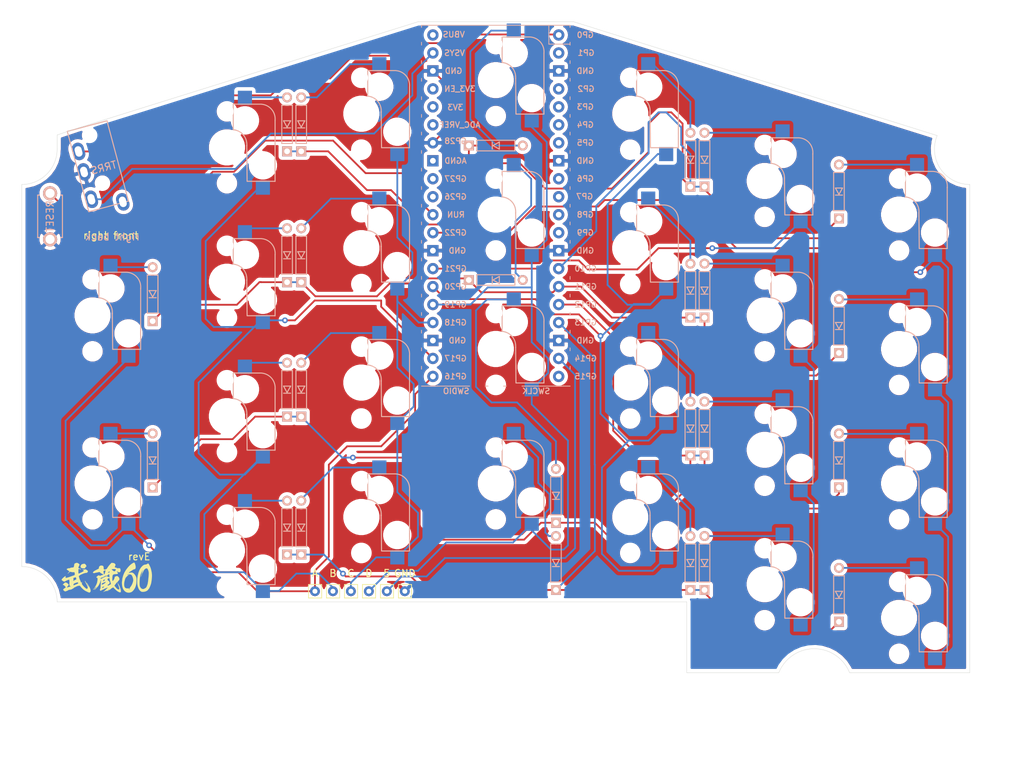
<source format=kicad_pcb>
(kicad_pcb (version 20171130) (host pcbnew 5.1.12)
  (layers (0 F.Cu signal) (31 B.Cu signal) (34 B.Paste user) (35 F.Paste user) (36 B.SilkS user) (37 F.SilkS user) (38 B.Mask user) (39 F.Mask user) (44 Edge.Cuts user))
  (net 0 "")
  (net 1 row2)
  (net 2 "Net-(D_A2-Pad2)")
  (net 3 "Net-(D_A3-Pad2)")
  (net 4 row3)
  (net 5 "Net-(D_B1-Pad2)")
  (net 6 row1)
  (net 7 "Net-(D_B2-Pad2)")
  (net 8 "Net-(D_B3-Pad2)")
  (net 9 row4)
  (net 10 "Net-(D_B4-Pad2)")
  (net 11 "Net-(D_C1-Pad2)")
  (net 12 "Net-(D_C2-Pad2)")
  (net 13 "Net-(D_C3-Pad2)")
  (net 14 "Net-(D_C4-Pad2)")
  (net 15 "Net-(D_D1-Pad2)")
  (net 16 "Net-(D_D2-Pad2)")
  (net 17 "Net-(D_D3-Pad2)")
  (net 18 "Net-(D_D4-Pad2)")
  (net 19 "Net-(D_E1-Pad2)")
  (net 20 "Net-(D_E2-Pad2)")
  (net 21 "Net-(D_E3-Pad2)")
  (net 22 "Net-(D_E4-Pad2)")
  (net 23 "Net-(D_F1-Pad2)")
  (net 24 "Net-(D_F2-Pad2)")
  (net 25 "Net-(D_F3-Pad2)")
  (net 26 "Net-(D_F4-Pad2)")
  (net 27 "Net-(D_G1-Pad2)")
  (net 28 "Net-(D_G2-Pad2)")
  (net 29 "Net-(D_G3-Pad2)")
  (net 30 "Net-(D_G4-Pad2)")
  (net 31 row5)
  (net 32 colA)
  (net 33 colB)
  (net 34 colC)
  (net 35 colD)
  (net 36 data)
  (net 37 GND)
  (net 38 VCC)
  (net 39 "Net-(J1-PadA)")
  (net 40 colE)
  (net 41 colF)
  (net 42 colG)
  (net 43 RUN)
  (net 44 "Net-(U1-Pad40)")
  (net 45 "Net-(U1-Pad37)")
  (net 46 "Net-(U1-Pad36)")
  (net 47 "Net-(U1-Pad35)")
  (net 48 "Net-(U1-Pad33)")
  (net 49 "Net-(U1-Pad32)")
  (net 50 "Net-(U1-Pad31)")
  (net 51 "Net-(U1-Pad20)")
  (net 52 "Net-(U1-Pad7)")
  (net 53 "Net-(U1-Pad6)")
  (net 54 "Net-(U1-Pad5)")
  (net 55 "Net-(U1-Pad4)")
  (net 56 "Net-(U1-Pad2)")
  (net 57 "Net-(U1-Pad12)")
  (net 58 "Net-(U1-Pad11)")
  (net 59 "Net-(U1-Pad10)")
  (net 60 "Net-(U1-Pad9)")
  (module local:musashi60-silk-768 (layer F.Cu) (at 27 93.6)
    (fp_text reference G*** hide)
    (fp_text value LOGO hide)
  )
  (module local:RPi_Pico_TH (layer B.Cu) (at 82 41 180)
    (fp_text reference U1 (at 0 0) (layer B.SilkS) (effects (justify mirror)))
    (fp_text value Pico)
    (fp_text user SWDIO (at 5.6 -26.2) (layer B.SilkS) (effects (font (size 0.8 0.8)) (justify mirror)))
    (fp_text user SWCLK (at -5.7 -26.2) (layer B.SilkS) (effects (font (size 0.8 0.8)) (justify mirror)))
    (fp_text user AGND (at 5.688 6.35) (layer B.SilkS) (effects (font (size 0.8 0.8)) (justify mirror)))
    (fp_text user GND (at 5.969 19.05) (layer B.SilkS) (effects (font (size 0.8 0.8)) (justify mirror)))
    (fp_text user GND (at 5.434 -6.35) (layer B.SilkS) (effects (font (size 0.8 0.8)) (justify mirror)))
    (fp_text user GND (at 5.434 -19.05) (layer B.SilkS) (effects (font (size 0.8 0.8)) (justify mirror)))
    (fp_text user GND (at -12.65 -19.05) (layer B.SilkS) (effects (font (size 0.8 0.8)) (justify mirror)))
    (fp_text user GND (at -12.65 -6.35) (layer B.SilkS) (effects (font (size 0.8 0.8)) (justify mirror)))
    (fp_text user GND (at -12.65 6.35) (layer B.SilkS) (effects (font (size 0.8 0.8)) (justify mirror)))
    (fp_text user GND (at -12.65 19.05) (layer B.SilkS) (effects (font (size 0.8 0.8)) (justify mirror)))
    (fp_text user VBUS (at 5.934 24.2) (layer B.SilkS) (effects (font (size 0.8 0.8)) (justify mirror)))
    (fp_text user VSYS (at 5.834 21.59) (layer B.SilkS) (effects (font (size 0.8 0.8)) (justify mirror)))
    (fp_text user 3V3_EN (at 5.08 16.51) (layer B.SilkS) (effects (font (size 0.8 0.8)) (justify mirror)))
    (fp_text user 3V3 (at 5.715 13.9) (layer B.SilkS) (effects (font (size 0.8 0.8)) (justify mirror)))
    (fp_text user ADC_VREF (at 5.08 11.43) (layer B.SilkS) (effects (font (size 0.8 0.8)) (justify mirror)))
    (fp_text user GP28 (at 5.688 9.144) (layer B.SilkS) (effects (font (size 0.8 0.8)) (justify mirror)))
    (fp_text user GP27 (at 5.688 3.8) (layer B.SilkS) (effects (font (size 0.8 0.8)) (justify mirror)))
    (fp_text user GP26 (at 5.688 1.27) (layer B.SilkS) (effects (font (size 0.8 0.8)) (justify mirror)))
    (fp_text user RUN (at 5.634 -1.27) (layer B.SilkS) (effects (font (size 0.8 0.8)) (justify mirror)))
    (fp_text user GP22 (at 5.688 -3.81) (layer B.SilkS) (effects (font (size 0.8 0.8)) (justify mirror)))
    (fp_text user GP21 (at 5.688 -8.9) (layer B.SilkS) (effects (font (size 0.8 0.8)) (justify mirror)))
    (fp_text user GP20 (at 5.688 -11.43) (layer B.SilkS) (effects (font (size 0.8 0.8)) (justify mirror)))
    (fp_text user GP19 (at 5.688 -13.97) (layer B.SilkS) (effects (font (size 0.8 0.8)) (justify mirror)))
    (fp_text user GP18 (at 5.688 -16.51) (layer B.SilkS) (effects (font (size 0.8 0.8)) (justify mirror)))
    (fp_text user GP17 (at 5.688 -21.59) (layer B.SilkS) (effects (font (size 0.8 0.8)) (justify mirror)))
    (fp_text user GP16 (at 5.688 -24.13) (layer B.SilkS) (effects (font (size 0.8 0.8)) (justify mirror)))
    (fp_text user GP15 (at -12.7 -24.13) (layer B.SilkS) (effects (font (size 0.8 0.8)) (justify mirror)))
    (fp_text user GP14 (at -12.7 -21.59) (layer B.SilkS) (effects (font (size 0.8 0.8)) (justify mirror)))
    (fp_text user GP13 (at -12.7 -16.51) (layer B.SilkS) (effects (font (size 0.8 0.8)) (justify mirror)))
    (fp_text user GP12 (at -12.7 -13.97) (layer B.SilkS) (effects (font (size 0.8 0.8)) (justify mirror)))
    (fp_text user GP11 (at -12.7 -11.43) (layer B.SilkS) (effects (font (size 0.8 0.8)) (justify mirror)))
    (fp_text user GP10 (at -12.7 -8.89) (layer B.SilkS) (effects (font (size 0.8 0.8)) (justify mirror)))
    (fp_text user GP9 (at -12.65 -3.81) (layer B.SilkS) (effects (font (size 0.8 0.8)) (justify mirror)))
    (fp_text user GP8 (at -12.65 -1.27) (layer B.SilkS) (effects (font (size 0.8 0.8)) (justify mirror)))
    (fp_text user GP7 (at -12.55 1.3) (layer B.SilkS) (effects (font (size 0.8 0.8)) (justify mirror)))
    (fp_text user GP6 (at -12.65 3.81) (layer B.SilkS) (effects (font (size 0.8 0.8)) (justify mirror)))
    (fp_text user GP5 (at -12.65 8.89) (layer B.SilkS) (effects (font (size 0.8 0.8)) (justify mirror)))
    (fp_text user GP4 (at -12.65 11.43) (layer B.SilkS) (effects (font (size 0.8 0.8)) (justify mirror)))
    (fp_text user GP3 (at -12.65 13.97) (layer B.SilkS) (effects (font (size 0.8 0.8)) (justify mirror)))
    (fp_text user GP0 (at -12.65 24.13) (layer B.SilkS) (effects (font (size 0.8 0.8)) (justify mirror)))
    (fp_text user GP2 (at -12.75 16.51) (layer B.SilkS) (effects (font (size 0.8 0.8)) (justify mirror)))
    (fp_text user GP1 (at -12.75 21.6) (layer B.SilkS) (effects (font (size 0.8 0.8)) (justify mirror)))
    (pad 40 thru_hole oval (at 8.89 24.13 180) (size 1.6 1.6) (drill 0.82) (layers *.Cu *.Mask) (net 44 "Net-(U1-Pad40)"))
    (pad 39 thru_hole oval (at 8.89 21.59 180) (size 1.6 1.6) (drill 0.82) (layers *.Cu *.Mask) (net 38 VCC))
    (pad 38 thru_hole rect (at 8.89 19.05 180) (size 1.6 1.6) (drill 0.82) (layers *.Cu *.Mask) (net 37 GND))
    (pad 37 thru_hole oval (at 8.89 16.51 180) (size 1.6 1.6) (drill 0.82) (layers *.Cu *.Mask) (net 45 "Net-(U1-Pad37)"))
    (pad 36 thru_hole oval (at 8.89 13.97 180) (size 1.6 1.6) (drill 0.82) (layers *.Cu *.Mask) (net 46 "Net-(U1-Pad36)"))
    (pad 35 thru_hole oval (at 8.89 11.43 180) (size 1.6 1.6) (drill 0.82) (layers *.Cu *.Mask) (net 47 "Net-(U1-Pad35)"))
    (pad 34 thru_hole oval (at 8.89 8.89 180) (size 1.6 1.6) (drill 0.82) (layers *.Cu *.Mask) (net 37 GND))
    (pad 33 thru_hole rect (at 8.89 6.35 180) (size 1.6 1.6) (drill 0.82) (layers *.Cu *.Mask) (net 48 "Net-(U1-Pad33)"))
    (pad 32 thru_hole oval (at 8.89 3.81 180) (size 1.6 1.6) (drill 0.82) (layers *.Cu *.Mask) (net 49 "Net-(U1-Pad32)"))
    (pad 31 thru_hole oval (at 8.89 1.27 180) (size 1.6 1.6) (drill 0.82) (layers *.Cu *.Mask) (net 50 "Net-(U1-Pad31)"))
    (pad 30 thru_hole oval (at 8.89 -1.27 180) (size 1.6 1.6) (drill 0.82) (layers *.Cu *.Mask) (net 43 RUN))
    (pad 29 thru_hole oval (at 8.89 -3.81 180) (size 1.6 1.6) (drill 0.82) (layers *.Cu *.Mask) (net 42 colG))
    (pad 28 thru_hole rect (at 8.89 -6.35 180) (size 1.6 1.6) (drill 0.82) (layers *.Cu *.Mask) (net 37 GND))
    (pad 27 thru_hole oval (at 8.89 -8.89 180) (size 1.6 1.6) (drill 0.82) (layers *.Cu *.Mask) (net 41 colF))
    (pad 26 thru_hole oval (at 8.89 -11.43 180) (size 1.6 1.6) (drill 0.82) (layers *.Cu *.Mask) (net 40 colE))
    (pad 25 thru_hole oval (at 8.89 -13.97 180) (size 1.6 1.6) (drill 0.82) (layers *.Cu *.Mask) (net 35 colD))
    (pad 24 thru_hole oval (at 8.89 -16.51 180) (size 1.6 1.6) (drill 0.82) (layers *.Cu *.Mask) (net 34 colC))
    (pad 23 thru_hole rect (at 8.89 -19.05 180) (size 1.6 1.6) (drill 0.82) (layers *.Cu *.Mask) (net 37 GND))
    (pad 22 thru_hole oval (at 8.89 -21.59 180) (size 1.6 1.6) (drill 0.82) (layers *.Cu *.Mask) (net 33 colB))
    (pad 21 thru_hole oval (at 8.89 -24.13 180) (size 1.6 1.6) (drill 0.82) (layers *.Cu *.Mask) (net 32 colA))
    (pad 20 thru_hole oval (at -8.89 -24.13 180) (size 1.6 1.6) (drill 0.82) (layers *.Cu *.Mask) (net 51 "Net-(U1-Pad20)"))
    (pad 19 thru_hole oval (at -8.89 -21.59 180) (size 1.6 1.6) (drill 0.82) (layers *.Cu *.Mask) (net 31 row5))
    (pad 18 thru_hole rect (at -8.89 -19.05 180) (size 1.6 1.6) (drill 0.82) (layers *.Cu *.Mask) (net 37 GND))
    (pad 17 thru_hole oval (at -8.89 -16.51 180) (size 1.6 1.6) (drill 0.82) (layers *.Cu *.Mask) (net 9 row4))
    (pad 16 thru_hole oval (at -8.89 -13.97 180) (size 1.6 1.6) (drill 0.82) (layers *.Cu *.Mask) (net 4 row3))
    (pad 15 thru_hole oval (at -8.89 -11.43 180) (size 1.6 1.6) (drill 0.82) (layers *.Cu *.Mask) (net 1 row2))
    (pad 14 thru_hole oval (at -8.89 -8.89 180) (size 1.6 1.6) (drill 0.82) (layers *.Cu *.Mask) (net 6 row1))
    (pad 13 thru_hole rect (at -8.89 -6.35 180) (size 1.6 1.6) (drill 0.82) (layers *.Cu *.Mask) (net 37 GND))
    (pad 12 thru_hole oval (at -8.89 -3.81 180) (size 1.6 1.6) (drill 0.82) (layers *.Cu *.Mask) (net 57 "Net-(U1-Pad12)"))
    (pad 11 thru_hole oval (at -8.89 -1.27 180) (size 1.6 1.6) (drill 0.82) (layers *.Cu *.Mask) (net 58 "Net-(U1-Pad11)"))
    (pad 10 thru_hole oval (at -8.89 1.27 180) (size 1.6 1.6) (drill 0.82) (layers *.Cu *.Mask) (net 59 "Net-(U1-Pad10)"))
    (pad 9 thru_hole oval (at -8.89 3.81 180) (size 1.6 1.6) (drill 0.82) (layers *.Cu *.Mask) (net 60 "Net-(U1-Pad9)"))
    (pad 8 thru_hole rect (at -8.89 6.35 180) (size 1.6 1.6) (drill 0.82) (layers *.Cu *.Mask) (net 37 GND))
    (pad 7 thru_hole oval (at -8.89 8.89 180) (size 1.6 1.6) (drill 0.82) (layers *.Cu *.Mask) (net 52 "Net-(U1-Pad7)"))
    (pad 6 thru_hole oval (at -8.89 11.43 180) (size 1.6 1.6) (drill 0.82) (layers *.Cu *.Mask) (net 53 "Net-(U1-Pad6)"))
    (pad 5 thru_hole oval (at -8.89 13.97 180) (size 1.6 1.6) (drill 0.82) (layers *.Cu *.Mask) (net 54 "Net-(U1-Pad5)"))
    (pad 4 thru_hole oval (at -8.89 16.51 180) (size 1.6 1.6) (drill 0.82) (layers *.Cu *.Mask) (net 55 "Net-(U1-Pad4)"))
    (pad 3 thru_hole rect (at -8.89 19.05 180) (size 1.6 1.6) (drill 0.82) (layers *.Cu *.Mask) (net 37 GND))
    (pad 2 thru_hole oval (at -8.89 21.59 180) (size 1.6 1.6) (drill 0.82) (layers *.Cu *.Mask) (net 56 "Net-(U1-Pad2)"))
    (pad 1 thru_hole oval (at -8.89 24.13 180) (size 1.6 1.6) (drill 0.82) (layers *.Cu *.Mask) (net 36 data))
  )
  (module local:Pin_D0.7mm (layer F.Cu) (at 69.14 95.49 180)
    (fp_text reference H_GND1)
    (fp_text value GND (at 0 2.54) (layer F.SilkS))
    (pad 1 thru_hole circle (at 0 0 180) (size 1.4 1.4) (drill 0.7) (layers *.Cu *.Mask) (net 37 GND))
  )
  (module local:ResetSW (layer B.Cu) (at 19 42.5 270)
    (fp_text reference SW_RST1 hide)
    (fp_text value SW_DIP_x01 hide)
    (fp_text user RESET (at 0 0 90) (layer B.SilkS) (effects (justify mirror)))
    (pad 1 thru_hole circle (at 3.25 0 270) (size 2 2) (drill 1.3) (layers *.Cu *.Mask B.SilkS) (net 37 GND))
    (pad 2 thru_hole circle (at -3.25 0 270) (size 2 2) (drill 1.3) (layers *.Cu *.Mask B.SilkS) (net 43 RUN))
  )
  (module local:CherryMX_Hotswap (layer F.Cu) (at 139 42.25 270)
    (fp_text reference SW_G1 hide)
    (fp_text value SW_PUSH hide)
    (pad "" np_thru_hole circle (at 2.54 -5.08 270) (size 3 3) (drill 3) (layers *.Cu *.Mask))
    (pad "" np_thru_hole circle (at -3.81 -2.54 270) (size 3 3) (drill 3) (layers *.Cu *.Mask))
    (pad 1 smd rect (at 5.7 -5.08 90) (size 2 2) (layers B.Cu B.Paste B.Mask) (net 42 colG))
    (pad "" np_thru_hole circle (at -5.08 0 270) (size 1.9 1.9) (drill 1.9) (layers *.Cu *.Mask))
    (pad "" np_thru_hole circle (at 5.08 0 270) (size 1.9 1.9) (drill 1.9) (layers *.Cu *.Mask))
    (pad "" np_thru_hole circle (at 0 0) (size 4.1 4.1) (drill 4.1) (layers *.Cu *.Mask))
    (pad 2 smd rect (at -7 -2.54 90) (size 2 2) (layers B.Cu B.Paste B.Mask) (net 27 "Net-(D_G1-Pad2)"))
  )
  (module local:CherryMX_Hotswap (layer F.Cu) (at 139 61.25 270)
    (fp_text reference SW_G2 hide)
    (fp_text value SW_PUSH hide)
    (pad "" np_thru_hole circle (at 2.54 -5.08 270) (size 3 3) (drill 3) (layers *.Cu *.Mask))
    (pad "" np_thru_hole circle (at -3.81 -2.54 270) (size 3 3) (drill 3) (layers *.Cu *.Mask))
    (pad 1 smd rect (at 5.7 -5.08 90) (size 2 2) (layers B.Cu B.Paste B.Mask) (net 42 colG))
    (pad "" np_thru_hole circle (at -5.08 0 270) (size 1.9 1.9) (drill 1.9) (layers *.Cu *.Mask))
    (pad "" np_thru_hole circle (at 5.08 0 270) (size 1.9 1.9) (drill 1.9) (layers *.Cu *.Mask))
    (pad "" np_thru_hole circle (at 0 0) (size 4.1 4.1) (drill 4.1) (layers *.Cu *.Mask))
    (pad 2 smd rect (at -7 -2.54 90) (size 2 2) (layers B.Cu B.Paste B.Mask) (net 28 "Net-(D_G2-Pad2)"))
  )
  (module local:CherryMX_Hotswap (layer F.Cu) (at 139 80.25 270)
    (fp_text reference SW_G3 hide)
    (fp_text value SW_PUSH hide)
    (pad 2 smd rect (at -7 -2.54 90) (size 2 2) (layers B.Cu B.Paste B.Mask) (net 29 "Net-(D_G3-Pad2)"))
    (pad "" np_thru_hole circle (at 0 0) (size 4.1 4.1) (drill 4.1) (layers *.Cu *.Mask))
    (pad "" np_thru_hole circle (at 5.08 0 270) (size 1.9 1.9) (drill 1.9) (layers *.Cu *.Mask))
    (pad "" np_thru_hole circle (at -5.08 0 270) (size 1.9 1.9) (drill 1.9) (layers *.Cu *.Mask))
    (pad 1 smd rect (at 5.7 -5.08 90) (size 2 2) (layers B.Cu B.Paste B.Mask) (net 42 colG))
    (pad "" np_thru_hole circle (at -3.81 -2.54 270) (size 3 3) (drill 3) (layers *.Cu *.Mask))
    (pad "" np_thru_hole circle (at 2.54 -5.08 270) (size 3 3) (drill 3) (layers *.Cu *.Mask))
  )
  (module local:CherryMX_Hotswap (layer F.Cu) (at 120 37.5 270)
    (fp_text reference SW_F1 hide)
    (fp_text value SW_PUSH hide)
    (pad "" np_thru_hole circle (at 2.54 -5.08 270) (size 3 3) (drill 3) (layers *.Cu *.Mask))
    (pad "" np_thru_hole circle (at -3.81 -2.54 270) (size 3 3) (drill 3) (layers *.Cu *.Mask))
    (pad 1 smd rect (at 5.7 -5.08 90) (size 2 2) (layers B.Cu B.Paste B.Mask) (net 41 colF))
    (pad "" np_thru_hole circle (at -5.08 0 270) (size 1.9 1.9) (drill 1.9) (layers *.Cu *.Mask))
    (pad "" np_thru_hole circle (at 5.08 0 270) (size 1.9 1.9) (drill 1.9) (layers *.Cu *.Mask))
    (pad "" np_thru_hole circle (at 0 0) (size 4.1 4.1) (drill 4.1) (layers *.Cu *.Mask))
    (pad 2 smd rect (at -7 -2.54 90) (size 2 2) (layers B.Cu B.Paste B.Mask) (net 23 "Net-(D_F1-Pad2)"))
  )
  (module local:CherryMX_Hotswap (layer F.Cu) (at 120 56.5 270)
    (fp_text reference SW_F2 hide)
    (fp_text value SW_PUSH hide)
    (pad "" np_thru_hole circle (at 2.54 -5.08 270) (size 3 3) (drill 3) (layers *.Cu *.Mask))
    (pad "" np_thru_hole circle (at -3.81 -2.54 270) (size 3 3) (drill 3) (layers *.Cu *.Mask))
    (pad 1 smd rect (at 5.7 -5.08 90) (size 2 2) (layers B.Cu B.Paste B.Mask) (net 41 colF))
    (pad "" np_thru_hole circle (at -5.08 0 270) (size 1.9 1.9) (drill 1.9) (layers *.Cu *.Mask))
    (pad "" np_thru_hole circle (at 5.08 0 270) (size 1.9 1.9) (drill 1.9) (layers *.Cu *.Mask))
    (pad "" np_thru_hole circle (at 0 0) (size 4.1 4.1) (drill 4.1) (layers *.Cu *.Mask))
    (pad 2 smd rect (at -7 -2.54 90) (size 2 2) (layers B.Cu B.Paste B.Mask) (net 24 "Net-(D_F2-Pad2)"))
  )
  (module local:CherryMX_Hotswap (layer F.Cu) (at 120 75.5 270)
    (fp_text reference SW_F3 hide)
    (fp_text value SW_PUSH hide)
    (pad "" np_thru_hole circle (at 2.54 -5.08 270) (size 3 3) (drill 3) (layers *.Cu *.Mask))
    (pad "" np_thru_hole circle (at -3.81 -2.54 270) (size 3 3) (drill 3) (layers *.Cu *.Mask))
    (pad 1 smd rect (at 5.7 -5.08 90) (size 2 2) (layers B.Cu B.Paste B.Mask) (net 41 colF))
    (pad "" np_thru_hole circle (at -5.08 0 270) (size 1.9 1.9) (drill 1.9) (layers *.Cu *.Mask))
    (pad "" np_thru_hole circle (at 5.08 0 270) (size 1.9 1.9) (drill 1.9) (layers *.Cu *.Mask))
    (pad "" np_thru_hole circle (at 0 0) (size 4.1 4.1) (drill 4.1) (layers *.Cu *.Mask))
    (pad 2 smd rect (at -7 -2.54 90) (size 2 2) (layers B.Cu B.Paste B.Mask) (net 25 "Net-(D_F3-Pad2)"))
  )
  (module local:CherryMX_Hotswap (layer F.Cu) (at 101 47 270)
    (fp_text reference SW_E2 hide)
    (fp_text value SW_PUSH hide)
    (pad "" np_thru_hole circle (at 2.54 -5.08 270) (size 3 3) (drill 3) (layers *.Cu *.Mask))
    (pad "" np_thru_hole circle (at -3.81 -2.54 270) (size 3 3) (drill 3) (layers *.Cu *.Mask))
    (pad 1 smd rect (at 5.7 -5.08 90) (size 2 2) (layers B.Cu B.Paste B.Mask) (net 40 colE))
    (pad "" np_thru_hole circle (at -5.08 0 270) (size 1.9 1.9) (drill 1.9) (layers *.Cu *.Mask))
    (pad "" np_thru_hole circle (at 5.08 0 270) (size 1.9 1.9) (drill 1.9) (layers *.Cu *.Mask))
    (pad "" np_thru_hole circle (at 0 0) (size 4.1 4.1) (drill 4.1) (layers *.Cu *.Mask))
    (pad 2 smd rect (at -7 -2.54 90) (size 2 2) (layers B.Cu B.Paste B.Mask) (net 20 "Net-(D_E2-Pad2)"))
  )
  (module local:CherryMX_Hotswap (layer F.Cu) (at 101 66 270)
    (fp_text reference SW_E3 hide)
    (fp_text value SW_PUSH hide)
    (pad "" np_thru_hole circle (at 2.54 -5.08 270) (size 3 3) (drill 3) (layers *.Cu *.Mask))
    (pad "" np_thru_hole circle (at -3.81 -2.54 270) (size 3 3) (drill 3) (layers *.Cu *.Mask))
    (pad 1 smd rect (at 5.7 -5.08 90) (size 2 2) (layers B.Cu B.Paste B.Mask) (net 40 colE))
    (pad "" np_thru_hole circle (at -5.08 0 270) (size 1.9 1.9) (drill 1.9) (layers *.Cu *.Mask))
    (pad "" np_thru_hole circle (at 5.08 0 270) (size 1.9 1.9) (drill 1.9) (layers *.Cu *.Mask))
    (pad "" np_thru_hole circle (at 0 0) (size 4.1 4.1) (drill 4.1) (layers *.Cu *.Mask))
    (pad 2 smd rect (at -7 -2.54 90) (size 2 2) (layers B.Cu B.Paste B.Mask) (net 21 "Net-(D_E3-Pad2)"))
  )
  (module local:CherryMX_Hotswap (layer F.Cu) (at 82 23.25 270)
    (fp_text reference SW_D1 hide)
    (fp_text value SW_PUSH hide)
    (pad "" np_thru_hole circle (at 2.54 -5.08 270) (size 3 3) (drill 3) (layers *.Cu *.Mask))
    (pad "" np_thru_hole circle (at -3.81 -2.54 270) (size 3 3) (drill 3) (layers *.Cu *.Mask))
    (pad 1 smd rect (at 5.7 -5.08 90) (size 2 2) (layers B.Cu B.Paste B.Mask) (net 35 colD))
    (pad "" np_thru_hole circle (at -5.08 0 270) (size 1.9 1.9) (drill 1.9) (layers *.Cu *.Mask))
    (pad "" np_thru_hole circle (at 5.08 0 270) (size 1.9 1.9) (drill 1.9) (layers *.Cu *.Mask))
    (pad "" np_thru_hole circle (at 0 0) (size 4.1 4.1) (drill 4.1) (layers *.Cu *.Mask))
    (pad 2 smd rect (at -7 -2.54 90) (size 2 2) (layers B.Cu B.Paste B.Mask) (net 15 "Net-(D_D1-Pad2)"))
  )
  (module local:CherryMX_Hotswap (layer F.Cu) (at 82 42.25 270)
    (fp_text reference SW_D2 hide)
    (fp_text value SW_PUSH hide)
    (pad "" np_thru_hole circle (at 2.54 -5.08 270) (size 3 3) (drill 3) (layers *.Cu *.Mask))
    (pad "" np_thru_hole circle (at -3.81 -2.54 270) (size 3 3) (drill 3) (layers *.Cu *.Mask))
    (pad 1 smd rect (at 5.7 -5.08 90) (size 2 2) (layers B.Cu B.Paste B.Mask) (net 35 colD))
    (pad "" np_thru_hole circle (at -5.08 0 270) (size 1.9 1.9) (drill 1.9) (layers *.Cu *.Mask))
    (pad "" np_thru_hole circle (at 5.08 0 270) (size 1.9 1.9) (drill 1.9) (layers *.Cu *.Mask))
    (pad "" np_thru_hole circle (at 0 0) (size 4.1 4.1) (drill 4.1) (layers *.Cu *.Mask))
    (pad 2 smd rect (at -7 -2.54 90) (size 2 2) (layers B.Cu B.Paste B.Mask) (net 16 "Net-(D_D2-Pad2)"))
  )
  (module local:CherryMX_Hotswap (layer F.Cu) (at 82 61.25 270)
    (fp_text reference SW_D3 hide)
    (fp_text value SW_PUSH hide)
    (pad "" np_thru_hole circle (at 2.54 -5.08 270) (size 3 3) (drill 3) (layers *.Cu *.Mask))
    (pad "" np_thru_hole circle (at -3.81 -2.54 270) (size 3 3) (drill 3) (layers *.Cu *.Mask))
    (pad 1 smd rect (at 5.7 -5.08 90) (size 2 2) (layers B.Cu B.Paste B.Mask) (net 35 colD))
    (pad "" np_thru_hole circle (at -5.08 0 270) (size 1.9 1.9) (drill 1.9) (layers *.Cu *.Mask))
    (pad "" np_thru_hole circle (at 5.08 0 270) (size 1.9 1.9) (drill 1.9) (layers *.Cu *.Mask))
    (pad "" np_thru_hole circle (at 0 0) (size 4.1 4.1) (drill 4.1) (layers *.Cu *.Mask))
    (pad 2 smd rect (at -7 -2.54 90) (size 2 2) (layers B.Cu B.Paste B.Mask) (net 17 "Net-(D_D3-Pad2)"))
  )
  (module local:CherryMX_Hotswap (layer F.Cu) (at 63 28 270)
    (fp_text reference SW_C1 hide)
    (fp_text value SW_PUSH hide)
    (pad "" np_thru_hole circle (at 2.54 -5.08 270) (size 3 3) (drill 3) (layers *.Cu *.Mask))
    (pad "" np_thru_hole circle (at -3.81 -2.54 270) (size 3 3) (drill 3) (layers *.Cu *.Mask))
    (pad 1 smd rect (at 5.7 -5.08 90) (size 2 2) (layers B.Cu B.Paste B.Mask) (net 34 colC))
    (pad "" np_thru_hole circle (at -5.08 0 270) (size 1.9 1.9) (drill 1.9) (layers *.Cu *.Mask))
    (pad "" np_thru_hole circle (at 5.08 0 270) (size 1.9 1.9) (drill 1.9) (layers *.Cu *.Mask))
    (pad "" np_thru_hole circle (at 0 0) (size 4.1 4.1) (drill 4.1) (layers *.Cu *.Mask))
    (pad 2 smd rect (at -7 -2.54 90) (size 2 2) (layers B.Cu B.Paste B.Mask) (net 11 "Net-(D_C1-Pad2)"))
  )
  (module local:CherryMX_Hotswap (layer F.Cu) (at 63 47 270)
    (fp_text reference SW_C2 hide)
    (fp_text value SW_PUSH hide)
    (pad "" np_thru_hole circle (at 2.54 -5.08 270) (size 3 3) (drill 3) (layers *.Cu *.Mask))
    (pad "" np_thru_hole circle (at -3.81 -2.54 270) (size 3 3) (drill 3) (layers *.Cu *.Mask))
    (pad 1 smd rect (at 5.7 -5.08 90) (size 2 2) (layers B.Cu B.Paste B.Mask) (net 34 colC))
    (pad "" np_thru_hole circle (at -5.08 0 270) (size 1.9 1.9) (drill 1.9) (layers *.Cu *.Mask))
    (pad "" np_thru_hole circle (at 5.08 0 270) (size 1.9 1.9) (drill 1.9) (layers *.Cu *.Mask))
    (pad "" np_thru_hole circle (at 0 0) (size 4.1 4.1) (drill 4.1) (layers *.Cu *.Mask))
    (pad 2 smd rect (at -7 -2.54 90) (size 2 2) (layers B.Cu B.Paste B.Mask) (net 12 "Net-(D_C2-Pad2)"))
  )
  (module local:CherryMX_Hotswap (layer F.Cu) (at 63 66 270)
    (fp_text reference SW_C3 hide)
    (fp_text value SW_PUSH hide)
    (pad "" np_thru_hole circle (at 2.54 -5.08 270) (size 3 3) (drill 3) (layers *.Cu *.Mask))
    (pad "" np_thru_hole circle (at -3.81 -2.54 270) (size 3 3) (drill 3) (layers *.Cu *.Mask))
    (pad 1 smd rect (at 5.7 -5.08 90) (size 2 2) (layers B.Cu B.Paste B.Mask) (net 34 colC))
    (pad "" np_thru_hole circle (at -5.08 0 270) (size 1.9 1.9) (drill 1.9) (layers *.Cu *.Mask))
    (pad "" np_thru_hole circle (at 5.08 0 270) (size 1.9 1.9) (drill 1.9) (layers *.Cu *.Mask))
    (pad "" np_thru_hole circle (at 0 0) (size 4.1 4.1) (drill 4.1) (layers *.Cu *.Mask))
    (pad 2 smd rect (at -7 -2.54 90) (size 2 2) (layers B.Cu B.Paste B.Mask) (net 13 "Net-(D_C3-Pad2)"))
  )
  (module local:CherryMX_Hotswap (layer F.Cu) (at 44 32.75 270)
    (fp_text reference SW_B1 hide)
    (fp_text value SW_PUSH hide)
    (pad "" np_thru_hole circle (at 2.54 -5.08 270) (size 3 3) (drill 3) (layers *.Cu *.Mask))
    (pad "" np_thru_hole circle (at -3.81 -2.54 270) (size 3 3) (drill 3) (layers *.Cu *.Mask))
    (pad 1 smd rect (at 5.7 -5.08 90) (size 2 2) (layers B.Cu B.Paste B.Mask) (net 33 colB))
    (pad "" np_thru_hole circle (at -5.08 0 270) (size 1.9 1.9) (drill 1.9) (layers *.Cu *.Mask))
    (pad "" np_thru_hole circle (at 5.08 0 270) (size 1.9 1.9) (drill 1.9) (layers *.Cu *.Mask))
    (pad "" np_thru_hole circle (at 0 0) (size 4.1 4.1) (drill 4.1) (layers *.Cu *.Mask))
    (pad 2 smd rect (at -7 -2.54 90) (size 2 2) (layers B.Cu B.Paste B.Mask) (net 5 "Net-(D_B1-Pad2)"))
  )
  (module local:CherryMX_Hotswap (layer F.Cu) (at 44 51.75 270)
    (fp_text reference SW_B2 hide)
    (fp_text value SW_PUSH hide)
    (pad "" np_thru_hole circle (at 2.54 -5.08 270) (size 3 3) (drill 3) (layers *.Cu *.Mask))
    (pad "" np_thru_hole circle (at -3.81 -2.54 270) (size 3 3) (drill 3) (layers *.Cu *.Mask))
    (pad 1 smd rect (at 5.7 -5.08 90) (size 2 2) (layers B.Cu B.Paste B.Mask) (net 33 colB))
    (pad "" np_thru_hole circle (at -5.08 0 270) (size 1.9 1.9) (drill 1.9) (layers *.Cu *.Mask))
    (pad "" np_thru_hole circle (at 5.08 0 270) (size 1.9 1.9) (drill 1.9) (layers *.Cu *.Mask))
    (pad "" np_thru_hole circle (at 0 0) (size 4.1 4.1) (drill 4.1) (layers *.Cu *.Mask))
    (pad 2 smd rect (at -7 -2.54 90) (size 2 2) (layers B.Cu B.Paste B.Mask) (net 7 "Net-(D_B2-Pad2)"))
  )
  (module local:CherryMX_Hotswap (layer F.Cu) (at 44 70.75 270)
    (fp_text reference SW_B3 hide)
    (fp_text value SW_PUSH hide)
    (pad "" np_thru_hole circle (at 2.54 -5.08 270) (size 3 3) (drill 3) (layers *.Cu *.Mask))
    (pad "" np_thru_hole circle (at -3.81 -2.54 270) (size 3 3) (drill 3) (layers *.Cu *.Mask))
    (pad 1 smd rect (at 5.7 -5.08 90) (size 2 2) (layers B.Cu B.Paste B.Mask) (net 33 colB))
    (pad "" np_thru_hole circle (at -5.08 0 270) (size 1.9 1.9) (drill 1.9) (layers *.Cu *.Mask))
    (pad "" np_thru_hole circle (at 5.08 0 270) (size 1.9 1.9) (drill 1.9) (layers *.Cu *.Mask))
    (pad "" np_thru_hole circle (at 0 0) (size 4.1 4.1) (drill 4.1) (layers *.Cu *.Mask))
    (pad 2 smd rect (at -7 -2.54 90) (size 2 2) (layers B.Cu B.Paste B.Mask) (net 8 "Net-(D_B3-Pad2)"))
  )
  (module local:CherryMX_Hotswap (layer F.Cu) (at 25 56.5 270)
    (fp_text reference SW_A2 hide)
    (fp_text value SW_PUSH hide)
    (pad "" np_thru_hole circle (at 2.54 -5.08 270) (size 3 3) (drill 3) (layers *.Cu *.Mask))
    (pad "" np_thru_hole circle (at -3.81 -2.54 270) (size 3 3) (drill 3) (layers *.Cu *.Mask))
    (pad 1 smd rect (at 5.7 -5.08 90) (size 2 2) (layers B.Cu B.Paste B.Mask) (net 32 colA))
    (pad "" np_thru_hole circle (at -5.08 0 270) (size 1.9 1.9) (drill 1.9) (layers *.Cu *.Mask))
    (pad "" np_thru_hole circle (at 5.08 0 270) (size 1.9 1.9) (drill 1.9) (layers *.Cu *.Mask))
    (pad "" np_thru_hole circle (at 0 0) (size 4.1 4.1) (drill 4.1) (layers *.Cu *.Mask))
    (pad 2 smd rect (at -7 -2.54 90) (size 2 2) (layers B.Cu B.Paste B.Mask) (net 2 "Net-(D_A2-Pad2)"))
  )
  (module local:CherryMX_Hotswap (layer F.Cu) (at 25 80.25 270)
    (fp_text reference SW_A3 hide)
    (fp_text value SW_PUSH hide)
    (pad "" np_thru_hole circle (at 2.54 -5.08 270) (size 3 3) (drill 3) (layers *.Cu *.Mask))
    (pad "" np_thru_hole circle (at -3.81 -2.54 270) (size 3 3) (drill 3) (layers *.Cu *.Mask))
    (pad 1 smd rect (at 5.7 -5.08 90) (size 2 2) (layers B.Cu B.Paste B.Mask) (net 32 colA))
    (pad "" np_thru_hole circle (at -5.08 0 270) (size 1.9 1.9) (drill 1.9) (layers *.Cu *.Mask))
    (pad "" np_thru_hole circle (at 5.08 0 270) (size 1.9 1.9) (drill 1.9) (layers *.Cu *.Mask))
    (pad "" np_thru_hole circle (at 0 0) (size 4.1 4.1) (drill 4.1) (layers *.Cu *.Mask))
    (pad 2 smd rect (at -7 -2.54 90) (size 2 2) (layers B.Cu B.Paste B.Mask) (net 3 "Net-(D_A3-Pad2)"))
  )
  (module local:CherryMX_Hotswap (layer F.Cu) (at 44 89.75 270)
    (fp_text reference SW_B4 hide)
    (fp_text value SW_PUSH hide)
    (pad "" np_thru_hole circle (at 2.54 -5.08 270) (size 3 3) (drill 3) (layers *.Cu *.Mask))
    (pad "" np_thru_hole circle (at -3.81 -2.54 270) (size 3 3) (drill 3) (layers *.Cu *.Mask))
    (pad 1 smd rect (at 5.7 -5.08 90) (size 2 2) (layers B.Cu B.Paste B.Mask) (net 33 colB))
    (pad "" np_thru_hole circle (at -5.08 0 270) (size 1.9 1.9) (drill 1.9) (layers *.Cu *.Mask))
    (pad "" np_thru_hole circle (at 5.08 0 270) (size 1.9 1.9) (drill 1.9) (layers *.Cu *.Mask))
    (pad "" np_thru_hole circle (at 0 0) (size 4.1 4.1) (drill 4.1) (layers *.Cu *.Mask))
    (pad 2 smd rect (at -7 -2.54 90) (size 2 2) (layers B.Cu B.Paste B.Mask) (net 10 "Net-(D_B4-Pad2)"))
  )
  (module local:CherryMX_Hotswap (layer F.Cu) (at 63 85 270)
    (fp_text reference SW_C4 hide)
    (fp_text value SW_PUSH hide)
    (pad "" np_thru_hole circle (at 2.54 -5.08 270) (size 3 3) (drill 3) (layers *.Cu *.Mask))
    (pad "" np_thru_hole circle (at -3.81 -2.54 270) (size 3 3) (drill 3) (layers *.Cu *.Mask))
    (pad 1 smd rect (at 5.7 -5.08 90) (size 2 2) (layers B.Cu B.Paste B.Mask) (net 34 colC))
    (pad "" np_thru_hole circle (at -5.08 0 270) (size 1.9 1.9) (drill 1.9) (layers *.Cu *.Mask))
    (pad "" np_thru_hole circle (at 5.08 0 270) (size 1.9 1.9) (drill 1.9) (layers *.Cu *.Mask))
    (pad "" np_thru_hole circle (at 0 0) (size 4.1 4.1) (drill 4.1) (layers *.Cu *.Mask))
    (pad 2 smd rect (at -7 -2.54 90) (size 2 2) (layers B.Cu B.Paste B.Mask) (net 14 "Net-(D_C4-Pad2)"))
  )
  (module local:CherryMX_Hotswap (layer F.Cu) (at 82 80.25 270)
    (fp_text reference SW_D4 hide)
    (fp_text value SW_PUSH hide)
    (pad "" np_thru_hole circle (at 2.54 -5.08 270) (size 3 3) (drill 3) (layers *.Cu *.Mask))
    (pad "" np_thru_hole circle (at -3.81 -2.54 270) (size 3 3) (drill 3) (layers *.Cu *.Mask))
    (pad 1 smd rect (at 5.7 -5.08 90) (size 2 2) (layers B.Cu B.Paste B.Mask) (net 35 colD))
    (pad "" np_thru_hole circle (at -5.08 0 270) (size 1.9 1.9) (drill 1.9) (layers *.Cu *.Mask))
    (pad "" np_thru_hole circle (at 5.08 0 270) (size 1.9 1.9) (drill 1.9) (layers *.Cu *.Mask))
    (pad "" np_thru_hole circle (at 0 0) (size 4.1 4.1) (drill 4.1) (layers *.Cu *.Mask))
    (pad 2 smd rect (at -7 -2.54 90) (size 2 2) (layers B.Cu B.Paste B.Mask) (net 18 "Net-(D_D4-Pad2)"))
  )
  (module local:CherryMX_Hotswap (layer F.Cu) (at 101 85 270)
    (fp_text reference SW_E4 hide)
    (fp_text value SW_PUSH hide)
    (pad "" np_thru_hole circle (at 2.54 -5.08 270) (size 3 3) (drill 3) (layers *.Cu *.Mask))
    (pad "" np_thru_hole circle (at -3.81 -2.54 270) (size 3 3) (drill 3) (layers *.Cu *.Mask))
    (pad 1 smd rect (at 5.7 -5.08 90) (size 2 2) (layers B.Cu B.Paste B.Mask) (net 40 colE))
    (pad "" np_thru_hole circle (at -5.08 0 270) (size 1.9 1.9) (drill 1.9) (layers *.Cu *.Mask))
    (pad "" np_thru_hole circle (at 5.08 0 270) (size 1.9 1.9) (drill 1.9) (layers *.Cu *.Mask))
    (pad "" np_thru_hole circle (at 0 0) (size 4.1 4.1) (drill 4.1) (layers *.Cu *.Mask))
    (pad 2 smd rect (at -7 -2.54 90) (size 2 2) (layers B.Cu B.Paste B.Mask) (net 22 "Net-(D_E4-Pad2)"))
  )
  (module local:CherryMX_Hotswap (layer F.Cu) (at 120 94.5 270)
    (fp_text reference SW_F4 hide)
    (fp_text value SW_PUSH hide)
    (pad "" np_thru_hole circle (at 2.54 -5.08 270) (size 3 3) (drill 3) (layers *.Cu *.Mask))
    (pad "" np_thru_hole circle (at -3.81 -2.54 270) (size 3 3) (drill 3) (layers *.Cu *.Mask))
    (pad 1 smd rect (at 5.7 -5.08 90) (size 2 2) (layers B.Cu B.Paste B.Mask) (net 41 colF))
    (pad "" np_thru_hole circle (at -5.08 0 270) (size 1.9 1.9) (drill 1.9) (layers *.Cu *.Mask))
    (pad "" np_thru_hole circle (at 5.08 0 270) (size 1.9 1.9) (drill 1.9) (layers *.Cu *.Mask))
    (pad "" np_thru_hole circle (at 0 0) (size 4.1 4.1) (drill 4.1) (layers *.Cu *.Mask))
    (pad 2 smd rect (at -7 -2.54 90) (size 2 2) (layers B.Cu B.Paste B.Mask) (net 26 "Net-(D_F4-Pad2)"))
  )
  (module local:CherryMX_Hotswap (layer F.Cu) (at 139 99.25 270)
    (fp_text reference SW_G4 hide)
    (fp_text value SW_PUSH hide)
    (pad "" np_thru_hole circle (at 2.54 -5.08 270) (size 3 3) (drill 3) (layers *.Cu *.Mask))
    (pad "" np_thru_hole circle (at -3.81 -2.54 270) (size 3 3) (drill 3) (layers *.Cu *.Mask))
    (pad 1 smd rect (at 5.7 -5.08 90) (size 2 2) (layers B.Cu B.Paste B.Mask) (net 42 colG))
    (pad "" np_thru_hole circle (at -5.08 0 270) (size 1.9 1.9) (drill 1.9) (layers *.Cu *.Mask))
    (pad "" np_thru_hole circle (at 5.08 0 270) (size 1.9 1.9) (drill 1.9) (layers *.Cu *.Mask))
    (pad "" np_thru_hole circle (at 0 0) (size 4.1 4.1) (drill 4.1) (layers *.Cu *.Mask))
    (pad 2 smd rect (at -7 -2.54 90) (size 2 2) (layers B.Cu B.Paste B.Mask) (net 30 "Net-(D_G4-Pad2)"))
  )
  (module local:CherryMX_Hotswap (layer F.Cu) (at 101 28 270)
    (fp_text reference SW_E1 hide)
    (fp_text value SW_PUSH hide)
    (pad "" np_thru_hole circle (at 2.54 -5.08 270) (size 3 3) (drill 3) (layers *.Cu *.Mask))
    (pad "" np_thru_hole circle (at -3.81 -2.54 270) (size 3 3) (drill 3) (layers *.Cu *.Mask))
    (pad 1 smd rect (at 5.7 -5.08 90) (size 2 2) (layers B.Cu B.Paste B.Mask) (net 40 colE))
    (pad "" np_thru_hole circle (at -5.08 0 270) (size 1.9 1.9) (drill 1.9) (layers *.Cu *.Mask))
    (pad "" np_thru_hole circle (at 5.08 0 270) (size 1.9 1.9) (drill 1.9) (layers *.Cu *.Mask))
    (pad "" np_thru_hole circle (at 0 0) (size 4.1 4.1) (drill 4.1) (layers *.Cu *.Mask))
    (pad 2 smd rect (at -7 -2.54 90) (size 2 2) (layers B.Cu B.Paste B.Mask) (net 19 "Net-(D_E1-Pad2)"))
  )
  (module local:D_TH (layer B.Cu) (at 33.5 53.5 90)
    (fp_text reference D_A2 hide)
    (fp_text value D hide)
    (pad 1 thru_hole rect (at -3.81 0 90) (size 1.397 1.397) (drill 0.8128) (layers *.Cu *.Mask B.SilkS) (net 1 row2))
    (pad 2 thru_hole circle (at 3.81 0 90) (size 1.397 1.397) (drill 0.8128) (layers *.Cu *.Mask B.SilkS) (net 2 "Net-(D_A2-Pad2)"))
  )
  (module local:D_TH (layer B.Cu) (at 33.5 77 90)
    (fp_text reference D_A3 hide)
    (fp_text value D hide)
    (pad 2 thru_hole circle (at 3.81 0 90) (size 1.397 1.397) (drill 0.8128) (layers *.Cu *.Mask B.SilkS) (net 3 "Net-(D_A3-Pad2)"))
    (pad 1 thru_hole rect (at -3.81 0 90) (size 1.397 1.397) (drill 0.8128) (layers *.Cu *.Mask B.SilkS) (net 4 row3))
  )
  (module local:D_TH (layer B.Cu) (at 52.5 29.5 90)
    (fp_text reference D_B1 hide)
    (fp_text value D hide)
    (pad 2 thru_hole circle (at 3.81 0 90) (size 1.397 1.397) (drill 0.8128) (layers *.Cu *.Mask B.SilkS) (net 5 "Net-(D_B1-Pad2)"))
    (pad 1 thru_hole rect (at -3.81 0 90) (size 1.397 1.397) (drill 0.8128) (layers *.Cu *.Mask B.SilkS) (net 6 row1))
  )
  (module local:D_TH (layer B.Cu) (at 52.5 48 90)
    (fp_text reference D_B2 hide)
    (fp_text value D hide)
    (pad 1 thru_hole rect (at -3.81 0 90) (size 1.397 1.397) (drill 0.8128) (layers *.Cu *.Mask B.SilkS) (net 1 row2))
    (pad 2 thru_hole circle (at 3.81 0 90) (size 1.397 1.397) (drill 0.8128) (layers *.Cu *.Mask B.SilkS) (net 7 "Net-(D_B2-Pad2)"))
  )
  (module local:D_TH (layer B.Cu) (at 52.5 67 90)
    (fp_text reference D_B3 hide)
    (fp_text value D hide)
    (pad 2 thru_hole circle (at 3.81 0 90) (size 1.397 1.397) (drill 0.8128) (layers *.Cu *.Mask B.SilkS) (net 8 "Net-(D_B3-Pad2)"))
    (pad 1 thru_hole rect (at -3.81 0 90) (size 1.397 1.397) (drill 0.8128) (layers *.Cu *.Mask B.SilkS) (net 4 row3))
  )
  (module local:D_TH (layer B.Cu) (at 52.5 86.5 90)
    (fp_text reference D_B4 hide)
    (fp_text value D hide)
    (pad 1 thru_hole rect (at -3.81 0 90) (size 1.397 1.397) (drill 0.8128) (layers *.Cu *.Mask B.SilkS) (net 9 row4))
    (pad 2 thru_hole circle (at 3.81 0 90) (size 1.397 1.397) (drill 0.8128) (layers *.Cu *.Mask B.SilkS) (net 10 "Net-(D_B4-Pad2)"))
  )
  (module local:D_TH (layer B.Cu) (at 54.5 29.5 90)
    (fp_text reference D_C1 hide)
    (fp_text value D hide)
    (pad 2 thru_hole circle (at 3.81 0 90) (size 1.397 1.397) (drill 0.8128) (layers *.Cu *.Mask B.SilkS) (net 11 "Net-(D_C1-Pad2)"))
    (pad 1 thru_hole rect (at -3.81 0 90) (size 1.397 1.397) (drill 0.8128) (layers *.Cu *.Mask B.SilkS) (net 6 row1))
  )
  (module local:D_TH (layer B.Cu) (at 54.5 48 90)
    (fp_text reference D_C2 hide)
    (fp_text value D hide)
    (pad 2 thru_hole circle (at 3.81 0 90) (size 1.397 1.397) (drill 0.8128) (layers *.Cu *.Mask B.SilkS) (net 12 "Net-(D_C2-Pad2)"))
    (pad 1 thru_hole rect (at -3.81 0 90) (size 1.397 1.397) (drill 0.8128) (layers *.Cu *.Mask B.SilkS) (net 1 row2))
  )
  (module local:D_TH (layer B.Cu) (at 54.5 67 90)
    (fp_text reference D_C3 hide)
    (fp_text value D hide)
    (pad 1 thru_hole rect (at -3.81 0 90) (size 1.397 1.397) (drill 0.8128) (layers *.Cu *.Mask B.SilkS) (net 4 row3))
    (pad 2 thru_hole circle (at 3.81 0 90) (size 1.397 1.397) (drill 0.8128) (layers *.Cu *.Mask B.SilkS) (net 13 "Net-(D_C3-Pad2)"))
  )
  (module local:D_TH (layer B.Cu) (at 54.5 86.5 90)
    (fp_text reference D_C4 hide)
    (fp_text value D hide)
    (pad 2 thru_hole circle (at 3.81 0 90) (size 1.397 1.397) (drill 0.8128) (layers *.Cu *.Mask B.SilkS) (net 14 "Net-(D_C4-Pad2)"))
    (pad 1 thru_hole rect (at -3.81 0 90) (size 1.397 1.397) (drill 0.8128) (layers *.Cu *.Mask B.SilkS) (net 9 row4))
  )
  (module local:D_TH (layer B.Cu) (at 82 32.5)
    (fp_text reference D_D1 hide)
    (fp_text value D hide)
    (pad 1 thru_hole rect (at -3.81 0) (size 1.397 1.397) (drill 0.8128) (layers *.Cu *.Mask B.SilkS) (net 6 row1))
    (pad 2 thru_hole circle (at 3.81 0) (size 1.397 1.397) (drill 0.8128) (layers *.Cu *.Mask B.SilkS) (net 15 "Net-(D_D1-Pad2)"))
  )
  (module local:D_TH (layer B.Cu) (at 82 51.5)
    (fp_text reference D_D2 hide)
    (fp_text value D hide)
    (pad 2 thru_hole circle (at 3.81 0) (size 1.397 1.397) (drill 0.8128) (layers *.Cu *.Mask B.SilkS) (net 16 "Net-(D_D2-Pad2)"))
    (pad 1 thru_hole rect (at -3.81 0) (size 1.397 1.397) (drill 0.8128) (layers *.Cu *.Mask B.SilkS) (net 1 row2))
  )
  (module local:D_TH (layer B.Cu) (at 90.5 82 90)
    (fp_text reference D_D3 hide)
    (fp_text value D hide)
    (pad 1 thru_hole rect (at -3.81 0 90) (size 1.397 1.397) (drill 0.8128) (layers *.Cu *.Mask B.SilkS) (net 4 row3))
    (pad 2 thru_hole circle (at 3.81 0 90) (size 1.397 1.397) (drill 0.8128) (layers *.Cu *.Mask B.SilkS) (net 17 "Net-(D_D3-Pad2)"))
  )
  (module local:D_TH (layer B.Cu) (at 90.5 91.5 90)
    (fp_text reference D_D4 hide)
    (fp_text value D hide)
    (pad 1 thru_hole rect (at -3.81 0 90) (size 1.397 1.397) (drill 0.8128) (layers *.Cu *.Mask B.SilkS) (net 9 row4))
    (pad 2 thru_hole circle (at 3.81 0 90) (size 1.397 1.397) (drill 0.8128) (layers *.Cu *.Mask B.SilkS) (net 18 "Net-(D_D4-Pad2)"))
  )
  (module local:D_TH (layer B.Cu) (at 109.5 34.5 90)
    (fp_text reference D_E1 hide)
    (fp_text value D hide)
    (pad 2 thru_hole circle (at 3.81 0 90) (size 1.397 1.397) (drill 0.8128) (layers *.Cu *.Mask B.SilkS) (net 19 "Net-(D_E1-Pad2)"))
    (pad 1 thru_hole rect (at -3.81 0 90) (size 1.397 1.397) (drill 0.8128) (layers *.Cu *.Mask B.SilkS) (net 6 row1))
  )
  (module local:D_TH (layer B.Cu) (at 109.5 53 90)
    (fp_text reference D_E2 hide)
    (fp_text value D hide)
    (pad 2 thru_hole circle (at 3.81 0 90) (size 1.397 1.397) (drill 0.8128) (layers *.Cu *.Mask B.SilkS) (net 20 "Net-(D_E2-Pad2)"))
    (pad 1 thru_hole rect (at -3.81 0 90) (size 1.397 1.397) (drill 0.8128) (layers *.Cu *.Mask B.SilkS) (net 1 row2))
  )
  (module local:D_TH (layer B.Cu) (at 109.5 72.5 90)
    (fp_text reference D_E3 hide)
    (fp_text value D hide)
    (pad 1 thru_hole rect (at -3.81 0 90) (size 1.397 1.397) (drill 0.8128) (layers *.Cu *.Mask B.SilkS) (net 4 row3))
    (pad 2 thru_hole circle (at 3.81 0 90) (size 1.397 1.397) (drill 0.8128) (layers *.Cu *.Mask B.SilkS) (net 21 "Net-(D_E3-Pad2)"))
  )
  (module local:D_TH (layer B.Cu) (at 109.5 91.5 90)
    (fp_text reference D_E4 hide)
    (fp_text value D hide)
    (pad 1 thru_hole rect (at -3.81 0 90) (size 1.397 1.397) (drill 0.8128) (layers *.Cu *.Mask B.SilkS) (net 9 row4))
    (pad 2 thru_hole circle (at 3.81 0 90) (size 1.397 1.397) (drill 0.8128) (layers *.Cu *.Mask B.SilkS) (net 22 "Net-(D_E4-Pad2)"))
  )
  (module local:D_TH (layer B.Cu) (at 111.5 34.5 90)
    (fp_text reference D_F1 hide)
    (fp_text value D hide)
    (pad 2 thru_hole circle (at 3.81 0 90) (size 1.397 1.397) (drill 0.8128) (layers *.Cu *.Mask B.SilkS) (net 23 "Net-(D_F1-Pad2)"))
    (pad 1 thru_hole rect (at -3.81 0 90) (size 1.397 1.397) (drill 0.8128) (layers *.Cu *.Mask B.SilkS) (net 6 row1))
  )
  (module local:D_TH (layer B.Cu) (at 111.5 53 90)
    (fp_text reference D_F2 hide)
    (fp_text value D hide)
    (pad 1 thru_hole rect (at -3.81 0 90) (size 1.397 1.397) (drill 0.8128) (layers *.Cu *.Mask B.SilkS) (net 1 row2))
    (pad 2 thru_hole circle (at 3.81 0 90) (size 1.397 1.397) (drill 0.8128) (layers *.Cu *.Mask B.SilkS) (net 24 "Net-(D_F2-Pad2)"))
  )
  (module local:D_TH (layer B.Cu) (at 111.5 72.5 90)
    (fp_text reference D_F3 hide)
    (fp_text value D hide)
    (pad 2 thru_hole circle (at 3.81 0 90) (size 1.397 1.397) (drill 0.8128) (layers *.Cu *.Mask B.SilkS) (net 25 "Net-(D_F3-Pad2)"))
    (pad 1 thru_hole rect (at -3.81 0 90) (size 1.397 1.397) (drill 0.8128) (layers *.Cu *.Mask B.SilkS) (net 4 row3))
  )
  (module local:D_TH (layer B.Cu) (at 111.5 91.5 90)
    (fp_text reference D_F4 hide)
    (fp_text value D hide)
    (pad 1 thru_hole rect (at -3.81 0 90) (size 1.397 1.397) (drill 0.8128) (layers *.Cu *.Mask B.SilkS) (net 9 row4))
    (pad 2 thru_hole circle (at 3.81 0 90) (size 1.397 1.397) (drill 0.8128) (layers *.Cu *.Mask B.SilkS) (net 26 "Net-(D_F4-Pad2)"))
  )
  (module local:D_TH (layer B.Cu) (at 130.5 39 90)
    (fp_text reference D_G1 hide)
    (fp_text value D hide)
    (pad 1 thru_hole rect (at -3.81 0 90) (size 1.397 1.397) (drill 0.8128) (layers *.Cu *.Mask B.SilkS) (net 6 row1))
    (pad 2 thru_hole circle (at 3.81 0 90) (size 1.397 1.397) (drill 0.8128) (layers *.Cu *.Mask B.SilkS) (net 27 "Net-(D_G1-Pad2)"))
  )
  (module local:D_TH (layer B.Cu) (at 130.5 58 90)
    (fp_text reference D_G2 hide)
    (fp_text value D hide)
    (pad 2 thru_hole circle (at 3.81 0 90) (size 1.397 1.397) (drill 0.8128) (layers *.Cu *.Mask B.SilkS) (net 28 "Net-(D_G2-Pad2)"))
    (pad 1 thru_hole rect (at -3.81 0 90) (size 1.397 1.397) (drill 0.8128) (layers *.Cu *.Mask B.SilkS) (net 1 row2))
  )
  (module local:D_TH (layer B.Cu) (at 130.5 77 90)
    (fp_text reference D_G3 hide)
    (fp_text value D hide)
    (pad 1 thru_hole rect (at -3.81 0 90) (size 1.397 1.397) (drill 0.8128) (layers *.Cu *.Mask B.SilkS) (net 4 row3))
    (pad 2 thru_hole circle (at 3.81 0 90) (size 1.397 1.397) (drill 0.8128) (layers *.Cu *.Mask B.SilkS) (net 29 "Net-(D_G3-Pad2)"))
  )
  (module local:D_TH (layer B.Cu) (at 130.5 96 90)
    (fp_text reference D_G4 hide)
    (fp_text value D hide)
    (pad 2 thru_hole circle (at 3.81 0 90) (size 1.397 1.397) (drill 0.8128) (layers *.Cu *.Mask B.SilkS) (net 30 "Net-(D_G4-Pad2)"))
    (pad 1 thru_hole rect (at -3.81 0 90) (size 1.397 1.397) (drill 0.8128) (layers *.Cu *.Mask B.SilkS) (net 9 row4))
  )
  (module local:Pin_D0.7mm (layer F.Cu) (at 66.6 95.49 180)
    (fp_text reference H_5)
    (fp_text value 5 (at 0 2.54) (layer F.SilkS))
    (pad 1 thru_hole circle (at 0 0 180) (size 1.4 1.4) (drill 0.7) (layers *.Cu *.Mask) (net 31 row5))
  )
  (module local:Pin_D0.7mm (layer F.Cu) (at 56.44 95.49 180)
    (fp_text reference H_A1)
    (fp_text value A (at 0 2.54) (layer F.SilkS))
    (pad 1 thru_hole circle (at 0 0 180) (size 1.4 1.4) (drill 0.7) (layers *.Cu *.Mask) (net 32 colA))
  )
  (module local:Pin_D0.7mm (layer F.Cu) (at 58.98 95.49 180)
    (fp_text reference H_B1)
    (fp_text value B (at 0 2.54) (layer F.SilkS))
    (pad 1 thru_hole circle (at 0 0 180) (size 1.4 1.4) (drill 0.7) (layers *.Cu *.Mask) (net 33 colB))
  )
  (module local:Pin_D0.7mm (layer F.Cu) (at 61.52 95.49 180)
    (fp_text reference H_C1)
    (fp_text value C (at 0 2.54) (layer F.SilkS))
    (pad 1 thru_hole circle (at 0 0 180) (size 1.4 1.4) (drill 0.7) (layers *.Cu *.Mask) (net 34 colC))
  )
  (module local:Pin_D0.7mm (layer F.Cu) (at 64.06 95.49 180)
    (fp_text reference H_D1)
    (fp_text value D (at 0 2.54) (layer F.SilkS))
    (pad 1 thru_hole circle (at 0 0 180) (size 1.4 1.4) (drill 0.7) (layers *.Cu *.Mask) (net 35 colD))
  )
  (module local:MJ-4PP-9 (layer B.Cu) (at 24.2 29.6 195)
    (fp_text reference J1)
    (fp_text value MJ-4PP-9 hide)
    (fp_text user TRRS (at -0.75 -6.45 15) (layer B.SilkS) (effects (justify mirror)))
    (pad "" np_thru_hole circle (at 0 -1.5 195) (size 1.2 1.2) (drill 1.2) (layers *.Cu *.Mask))
    (pad "" np_thru_hole circle (at 0 -8.5 195) (size 1.2 1.2) (drill 1.2) (layers *.Cu *.Mask))
    (pad B thru_hole oval (at 2.1 -3.3 195) (size 1.7 2.5) (drill oval 1 1.5) (layers *.Cu F.Mask) (net 36 data))
    (pad C thru_hole oval (at 2.1 -6.3 195) (size 1.7 2.5) (drill oval 1 1.5) (layers *.Cu F.Mask) (net 37 GND))
    (pad D thru_hole oval (at 2.1 -10.3 195) (size 1.7 2.5) (drill oval 1 1.5) (layers *.Cu F.Mask) (net 38 VCC) (clearance 0.15))
    (pad A thru_hole oval (at -2.1 -11.8 195) (size 1.7 2.5) (drill oval 1 1.5) (layers *.Cu F.Mask) (net 39 "Net-(J1-PadA)") (clearance 0.15))
  )
  (gr_text "right back" (at 27.8 45.4) (layer B.SilkS) (effects (font (size 1 1)) (justify mirror)))
  (gr_text "right front" (at 27.6 45.2) (layer F.SilkS) (effects (font (size 1 1))))
  (gr_text revE (at 31.6 90.6) (layer F.SilkS) (effects (font (size 1 1))))
  (gr_line (start 20 31) (end 20 33) (layer Edge.Cuts) (width 0.05))
  (gr_arc (start 127 109) (end 122.000001 107.000001) (angle 136.3971771) (layer Edge.Cuts) (width 0.05))
  (gr_line (start 109 107) (end 122 107) (layer Edge.Cuts) (width 0.05))
  (gr_line (start 23 30) (end 20 31) (layer Edge.Cuts) (width 0.05))
  (gr_line (start 109 107) (end 109 97) (layer Edge.Cuts) (width 0.05))
  (gr_line (start 20 97) (end 109 97) (layer Edge.Cuts) (width 0.05))
  (gr_line (start 131.999999 107) (end 149 107) (layer Edge.Cuts) (width 0.05))
  (gr_arc (start 15 97) (end 15 92) (angle 90) (layer Edge.Cuts) (width 0.05))
  (gr_arc (start 149 33) (end 149 38) (angle 112.4943042) (layer Edge.Cuts) (width 0.05))
  (gr_line (start 149 38) (end 149 107) (layer Edge.Cuts) (width 0.05))
  (gr_arc (start 15 33) (end 20 33) (angle 90) (layer Edge.Cuts) (width 0.05))
  (gr_line (start 71 15) (end 23 30) (layer Edge.Cuts) (width 0.05))
  (gr_line (start 93 15) (end 144.380412 31.087042) (layer Edge.Cuts) (width 0.05))
  (gr_line (start 71 15) (end 93 15) (layer Edge.Cuts) (width 0.05))
  (gr_line (start 15 38) (end 15 92) (layer Edge.Cuts) (width 0.05))
  (segment (start 52.5 51.81) (end 54.5 51.81) (width 0.25) (layer B.Cu) (net 1))
  (segment (start 111.5 56.81) (end 109.5 56.81) (width 0.25) (layer B.Cu) (net 1))
  (segment (start 111.5 56.81) (end 111.5 58.9) (width 0.25) (layer F.Cu) (net 1))
  (segment (start 111.5 58.9) (end 117.6 65) (width 0.25) (layer F.Cu) (net 1))
  (segment (start 127.31 65) (end 130.5 61.81) (width 0.25) (layer F.Cu) (net 1))
  (segment (start 117.6 65) (end 127.31 65) (width 0.25) (layer F.Cu) (net 1))
  (segment (start 48.814598 51.81) (end 48.804598 51.8) (width 0.25) (layer F.Cu) (net 1))
  (segment (start 52.5 51.81) (end 48.814598 51.81) (width 0.25) (layer F.Cu) (net 1))
  (segment (start 48.804598 51.8) (end 48.6 51.8) (width 0.25) (layer F.Cu) (net 1))
  (segment (start 48.6 51.8) (end 45.4 55) (width 0.25) (layer F.Cu) (net 1))
  (segment (start 35.81 55) (end 33.5 57.31) (width 0.25) (layer F.Cu) (net 1))
  (segment (start 45.4 55) (end 35.81 55) (width 0.25) (layer F.Cu) (net 1))
  (segment (start 98.41 56.81) (end 109.5 56.81) (width 0.25) (layer F.Cu) (net 1))
  (segment (start 71.725001 51.274999) (end 77.964999 51.274999) (width 0.25) (layer F.Cu) (net 1))
  (segment (start 71 52) (end 71.725001 51.274999) (width 0.25) (layer F.Cu) (net 1))
  (segment (start 67 52) (end 71 52) (width 0.25) (layer F.Cu) (net 1))
  (segment (start 77.964999 51.274999) (end 78.19 51.5) (width 0.25) (layer F.Cu) (net 1))
  (segment (start 65.2 53.8) (end 67 52) (width 0.25) (layer F.Cu) (net 1))
  (segment (start 56.49 53.8) (end 65.2 53.8) (width 0.25) (layer F.Cu) (net 1))
  (segment (start 54.5 51.81) (end 56.49 53.8) (width 0.25) (layer F.Cu) (net 1))
  (segment (start 90.090001 53.229999) (end 79.919999 53.229999) (width 0.25) (layer F.Cu) (net 1))
  (segment (start 79.919999 53.229999) (end 78.19 51.5) (width 0.25) (layer F.Cu) (net 1))
  (segment (start 90.89 52.43) (end 90.090001 53.229999) (width 0.25) (layer F.Cu) (net 1))
  (segment (start 94.03 52.43) (end 98.41 56.81) (width 0.25) (layer F.Cu) (net 1))
  (segment (start 90.89 52.43) (end 94.03 52.43) (width 0.25) (layer F.Cu) (net 1))
  (segment (start 27.73 49.69) (end 27.54 49.5) (width 0.25) (layer B.Cu) (net 2))
  (segment (start 33.5 49.69) (end 27.73 49.69) (width 0.25) (layer B.Cu) (net 2))
  (segment (start 27.6 73.19) (end 27.54 73.25) (width 0.25) (layer B.Cu) (net 3))
  (segment (start 33.5 73.19) (end 27.6 73.19) (width 0.25) (layer B.Cu) (net 3))
  (segment (start 52.5 70.81) (end 54.5 70.81) (width 0.25) (layer B.Cu) (net 4))
  (segment (start 111.5 76.31) (end 109.5 76.31) (width 0.25) (layer B.Cu) (net 4))
  (segment (start 111.5 76.31) (end 111.5 78.3) (width 0.25) (layer F.Cu) (net 4))
  (segment (start 111.5 78.3) (end 117 83.8) (width 0.25) (layer F.Cu) (net 4))
  (segment (start 117 83.8) (end 128.4 83.8) (width 0.25) (layer F.Cu) (net 4))
  (segment (start 130.5 81.7) (end 130.5 80.81) (width 0.25) (layer F.Cu) (net 4))
  (segment (start 128.4 83.8) (end 130.5 81.7) (width 0.25) (layer F.Cu) (net 4))
  (segment (start 40.31 74) (end 33.5 80.81) (width 0.25) (layer F.Cu) (net 4))
  (segment (start 44.8 74) (end 40.31 74) (width 0.25) (layer F.Cu) (net 4))
  (segment (start 47.99 70.81) (end 44.8 74) (width 0.25) (layer F.Cu) (net 4))
  (segment (start 52.5 70.81) (end 47.99 70.81) (width 0.25) (layer F.Cu) (net 4))
  (segment (start 90.5 85.81) (end 96.01 85.81) (width 0.25) (layer F.Cu) (net 4))
  (segment (start 96.01 85.81) (end 98.4 88.2) (width 0.25) (layer F.Cu) (net 4))
  (segment (start 98.4 88.2) (end 101.8 88.2) (width 0.25) (layer F.Cu) (net 4))
  (segment (start 109.5 80.5) (end 109.5 76.31) (width 0.25) (layer F.Cu) (net 4))
  (segment (start 101.8 88.2) (end 109.5 80.5) (width 0.25) (layer F.Cu) (net 4))
  (segment (start 109.5 76.31) (end 102.11 76.31) (width 0.25) (layer F.Cu) (net 4))
  (segment (start 98.594999 72.794999) (end 98.594999 59.594999) (width 0.25) (layer F.Cu) (net 4))
  (segment (start 102.11 76.31) (end 98.594999 72.794999) (width 0.25) (layer F.Cu) (net 4))
  (segment (start 93.97 54.97) (end 90.89 54.97) (width 0.25) (layer F.Cu) (net 4))
  (segment (start 98.594999 59.594999) (end 93.97 54.97) (width 0.25) (layer F.Cu) (net 4))
  (segment (start 90.5 85.81) (end 88.39 85.81) (width 0.25) (layer F.Cu) (net 4))
  (segment (start 88.39 85.81) (end 86 88.2) (width 0.25) (layer F.Cu) (net 4))
  (segment (start 86 88.2) (end 74.2 88.2) (width 0.25) (layer F.Cu) (net 4))
  (segment (start 74.2 88.2) (end 72 86) (width 0.25) (layer F.Cu) (net 4))
  (segment (start 72 86) (end 72 78.6) (width 0.25) (layer F.Cu) (net 4))
  (via (at 61.8 76.6) (size 0.8) (drill 0.4) (layers F.Cu B.Cu) (net 4))
  (segment (start 70 76.6) (end 61.8 76.6) (width 0.25) (layer F.Cu) (net 4))
  (segment (start 72 78.6) (end 70 76.6) (width 0.25) (layer F.Cu) (net 4))
  (segment (start 60.29 76.6) (end 54.5 70.81) (width 0.25) (layer B.Cu) (net 4))
  (segment (start 61.8 76.6) (end 60.29 76.6) (width 0.25) (layer B.Cu) (net 4))
  (segment (start 46.6 25.69) (end 46.54 25.75) (width 0.25) (layer B.Cu) (net 5))
  (segment (start 52.5 25.69) (end 46.6 25.69) (width 0.25) (layer B.Cu) (net 5))
  (segment (start 52.5 33.31) (end 54.5 33.31) (width 0.25) (layer B.Cu) (net 6))
  (segment (start 111.5 38.31) (end 109.5 38.31) (width 0.25) (layer B.Cu) (net 6))
  (segment (start 111.5 38.31) (end 111.5 38.7) (width 0.25) (layer F.Cu) (net 6))
  (segment (start 111.5 38.7) (end 118.4 45.6) (width 0.25) (layer F.Cu) (net 6))
  (segment (start 127.71 45.6) (end 130.5 42.81) (width 0.25) (layer F.Cu) (net 6))
  (segment (start 118.4 45.6) (end 127.71 45.6) (width 0.25) (layer F.Cu) (net 6))
  (segment (start 78.19 40.01) (end 78.19 32.5) (width 0.25) (layer F.Cu) (net 6))
  (segment (start 74.545001 43.654999) (end 78.19 40.01) (width 0.25) (layer F.Cu) (net 6))
  (segment (start 63.8 38.8) (end 67.2 38.8) (width 0.25) (layer F.Cu) (net 6))
  (segment (start 72.054999 43.654999) (end 74.545001 43.654999) (width 0.25) (layer F.Cu) (net 6))
  (segment (start 67.2 38.8) (end 72.054999 43.654999) (width 0.25) (layer F.Cu) (net 6))
  (segment (start 58.31 33.31) (end 63.8 38.8) (width 0.25) (layer F.Cu) (net 6))
  (segment (start 54.5 33.31) (end 58.31 33.31) (width 0.25) (layer F.Cu) (net 6))
  (segment (start 78.19 32.5) (end 78.3 32.5) (width 0.25) (layer F.Cu) (net 6))
  (segment (start 109.5 38.31) (end 109.5 33.7) (width 0.25) (layer B.Cu) (net 6))
  (segment (start 109.5 33.7) (end 108.2 32.4) (width 0.25) (layer B.Cu) (net 6))
  (segment (start 108.2 29.914598) (end 106.085402 27.8) (width 0.25) (layer B.Cu) (net 6))
  (segment (start 108.2 32.4) (end 108.2 29.914598) (width 0.25) (layer B.Cu) (net 6))
  (segment (start 106.085402 27.8) (end 105 27.8) (width 0.25) (layer B.Cu) (net 6))
  (segment (start 105 27.8) (end 103.6 29.2) (width 0.25) (layer B.Cu) (net 6))
  (segment (start 103.6 29.2) (end 103.6 33.6) (width 0.25) (layer B.Cu) (net 6))
  (segment (start 103.6 33.6) (end 96.2 41) (width 0.25) (layer B.Cu) (net 6))
  (segment (start 96.2 44.58) (end 90.89 49.89) (width 0.25) (layer B.Cu) (net 6))
  (segment (start 96.2 41) (end 96.2 44.58) (width 0.25) (layer B.Cu) (net 6))
  (segment (start 78.19 32.5) (end 79.5 32.5) (width 0.25) (layer F.Cu) (net 6))
  (segment (start 79.5 32.5) (end 82 35) (width 0.25) (layer F.Cu) (net 6))
  (segment (start 82 35) (end 85.4 35) (width 0.25) (layer F.Cu) (net 6))
  (segment (start 88.974999 38.574999) (end 98.425001 38.574999) (width 0.25) (layer F.Cu) (net 6))
  (segment (start 85.4 35) (end 88.974999 38.574999) (width 0.25) (layer F.Cu) (net 6))
  (segment (start 98.425001 38.574999) (end 103.6 33.4) (width 0.25) (layer F.Cu) (net 6))
  (segment (start 103.6 33.4) (end 103.6 29.4) (width 0.25) (layer F.Cu) (net 6))
  (segment (start 103.6 29.4) (end 105.2 27.8) (width 0.25) (layer F.Cu) (net 6))
  (segment (start 105.2 27.8) (end 106.8 27.8) (width 0.25) (layer F.Cu) (net 6))
  (segment (start 106.8 27.8) (end 108.4 29.4) (width 0.25) (layer F.Cu) (net 6))
  (segment (start 108.4 37.21) (end 109.5 38.31) (width 0.25) (layer F.Cu) (net 6))
  (segment (start 108.4 29.4) (end 108.4 37.21) (width 0.25) (layer F.Cu) (net 6))
  (segment (start 47.1 44.19) (end 46.54 44.75) (width 0.25) (layer B.Cu) (net 7))
  (segment (start 52.5 44.19) (end 47.1 44.19) (width 0.25) (layer B.Cu) (net 7))
  (segment (start 47.1 63.19) (end 46.54 63.75) (width 0.25) (layer B.Cu) (net 8))
  (segment (start 52.5 63.19) (end 47.1 63.19) (width 0.25) (layer B.Cu) (net 8))
  (segment (start 52.5 90.31) (end 54.5 90.31) (width 0.25) (layer B.Cu) (net 9))
  (segment (start 109.5 95.31) (end 111.5 95.31) (width 0.25) (layer B.Cu) (net 9))
  (segment (start 111.5 95.31) (end 111.5 95.7) (width 0.25) (layer F.Cu) (net 9))
  (segment (start 111.5 95.7) (end 118.4 102.6) (width 0.25) (layer F.Cu) (net 9))
  (segment (start 127.71 102.6) (end 130.5 99.81) (width 0.25) (layer F.Cu) (net 9))
  (segment (start 118.4 102.6) (end 127.71 102.6) (width 0.25) (layer F.Cu) (net 9))
  (segment (start 90.5 95.31) (end 109.5 95.31) (width 0.25) (layer F.Cu) (net 9))
  (segment (start 90.5 95.31) (end 71.91 95.31) (width 0.25) (layer F.Cu) (net 9))
  (segment (start 71.91 95.31) (end 70 93.4) (width 0.25) (layer F.Cu) (net 9))
  (via (at 60.4 93) (size 0.8) (drill 0.4) (layers F.Cu B.Cu) (net 9))
  (segment (start 60.8 93.4) (end 60.4 93) (width 0.25) (layer F.Cu) (net 9))
  (segment (start 70 93.4) (end 60.8 93.4) (width 0.25) (layer F.Cu) (net 9))
  (segment (start 57.71 90.31) (end 54.5 90.31) (width 0.25) (layer B.Cu) (net 9))
  (segment (start 60.4 93) (end 57.71 90.31) (width 0.25) (layer B.Cu) (net 9))
  (segment (start 90.89 57.51) (end 95.98 62.6) (width 0.25) (layer B.Cu) (net 9))
  (segment (start 95.98 77.58) (end 96 77.6) (width 0.25) (layer B.Cu) (net 9))
  (segment (start 95.98 62.6) (end 95.98 77.58) (width 0.25) (layer B.Cu) (net 9))
  (segment (start 96 89.81) (end 90.5 95.31) (width 0.25) (layer B.Cu) (net 9))
  (segment (start 96 77.6) (end 96 89.81) (width 0.25) (layer B.Cu) (net 9))
  (segment (start 46.6 82.69) (end 46.54 82.75) (width 0.25) (layer B.Cu) (net 10))
  (segment (start 52.5 82.69) (end 46.6 82.69) (width 0.25) (layer B.Cu) (net 10))
  (segment (start 54.5 25.69) (end 56.71 25.69) (width 0.25) (layer B.Cu) (net 11))
  (segment (start 61.4 21) (end 65.54 21) (width 0.25) (layer B.Cu) (net 11))
  (segment (start 56.71 25.69) (end 61.4 21) (width 0.25) (layer B.Cu) (net 11))
  (segment (start 58.69 40) (end 54.5 44.19) (width 0.25) (layer B.Cu) (net 12))
  (segment (start 65.54 40) (end 58.69 40) (width 0.25) (layer B.Cu) (net 12))
  (segment (start 58.69 59) (end 54.5 63.19) (width 0.25) (layer B.Cu) (net 13))
  (segment (start 65.54 59) (end 58.69 59) (width 0.25) (layer B.Cu) (net 13))
  (segment (start 65.54 78) (end 59 78) (width 0.25) (layer B.Cu) (net 14))
  (segment (start 54.5 82.5) (end 54.5 82.69) (width 0.25) (layer B.Cu) (net 14))
  (segment (start 59 78) (end 54.5 82.5) (width 0.25) (layer B.Cu) (net 14))
  (segment (start 84.54 16.25) (end 81.35 16.25) (width 0.25) (layer B.Cu) (net 15))
  (segment (start 81.35 16.25) (end 78.4 19.2) (width 0.25) (layer B.Cu) (net 15))
  (segment (start 78.4 19.2) (end 78.4 28.8) (width 0.25) (layer B.Cu) (net 15))
  (segment (start 82.1 32.5) (end 85.81 32.5) (width 0.25) (layer B.Cu) (net 15))
  (segment (start 78.4 28.8) (end 82.1 32.5) (width 0.25) (layer B.Cu) (net 15))
  (segment (start 84.54 35.25) (end 85.05 35.25) (width 0.25) (layer B.Cu) (net 16))
  (segment (start 85.05 35.25) (end 87 37.2) (width 0.25) (layer B.Cu) (net 16))
  (segment (start 87 37.2) (end 87 41) (width 0.25) (layer B.Cu) (net 16))
  (segment (start 87 41) (end 84.8 43.2) (width 0.25) (layer B.Cu) (net 16))
  (segment (start 84.8 50.49) (end 85.81 51.5) (width 0.25) (layer B.Cu) (net 16))
  (segment (start 84.8 43.2) (end 84.8 50.49) (width 0.25) (layer B.Cu) (net 16))
  (segment (start 90.5 74.3) (end 90.5 78.19) (width 0.25) (layer B.Cu) (net 17))
  (segment (start 85 68.8) (end 90.5 74.3) (width 0.25) (layer B.Cu) (net 17))
  (segment (start 81.4 68.8) (end 85 68.8) (width 0.25) (layer B.Cu) (net 17))
  (segment (start 79.2 66.6) (end 81.4 68.8) (width 0.25) (layer B.Cu) (net 17))
  (segment (start 79.2 55.8) (end 79.2 66.6) (width 0.25) (layer B.Cu) (net 17))
  (segment (start 80.75 54.25) (end 79.2 55.8) (width 0.25) (layer B.Cu) (net 17))
  (segment (start 84.54 54.25) (end 80.75 54.25) (width 0.25) (layer B.Cu) (net 17))
  (segment (start 84.54 73.25) (end 84.65 73.25) (width 0.25) (layer B.Cu) (net 18))
  (segment (start 84.65 73.25) (end 88 76.6) (width 0.25) (layer B.Cu) (net 18))
  (segment (start 88 76.6) (end 88 80.2) (width 0.25) (layer B.Cu) (net 18))
  (segment (start 88 80.2) (end 89.6 81.8) (width 0.25) (layer B.Cu) (net 18))
  (segment (start 89.6 81.8) (end 89.6 83.8) (width 0.25) (layer B.Cu) (net 18))
  (segment (start 89.6 83.8) (end 89 84.4) (width 0.25) (layer B.Cu) (net 18))
  (segment (start 89.512172 87.69) (end 90.5 87.69) (width 0.25) (layer B.Cu) (net 18))
  (segment (start 89 87.177828) (end 89.512172 87.69) (width 0.25) (layer B.Cu) (net 18))
  (segment (start 89 84.4) (end 89 87.177828) (width 0.25) (layer B.Cu) (net 18))
  (segment (start 103.54 21) (end 104.2 21) (width 0.25) (layer B.Cu) (net 19))
  (segment (start 109.5 26.3) (end 109.5 30.69) (width 0.25) (layer B.Cu) (net 19))
  (segment (start 104.2 21) (end 109.5 26.3) (width 0.25) (layer B.Cu) (net 19))
  (segment (start 109.5 45.96) (end 109.5 49.19) (width 0.25) (layer B.Cu) (net 20))
  (segment (start 103.54 40) (end 109.5 45.96) (width 0.25) (layer B.Cu) (net 20))
  (segment (start 109.5 64.96) (end 109.5 68.69) (width 0.25) (layer B.Cu) (net 21))
  (segment (start 103.54 59) (end 109.5 64.96) (width 0.25) (layer B.Cu) (net 21))
  (segment (start 109.5 83.96) (end 109.5 87.69) (width 0.25) (layer B.Cu) (net 22))
  (segment (start 103.54 78) (end 109.5 83.96) (width 0.25) (layer B.Cu) (net 22))
  (segment (start 122.35 30.69) (end 122.54 30.5) (width 0.25) (layer B.Cu) (net 23))
  (segment (start 111.5 30.69) (end 122.35 30.69) (width 0.25) (layer B.Cu) (net 23))
  (segment (start 122.23 49.19) (end 122.54 49.5) (width 0.25) (layer B.Cu) (net 24))
  (segment (start 111.5 49.19) (end 122.23 49.19) (width 0.25) (layer B.Cu) (net 24))
  (segment (start 122.35 68.69) (end 122.54 68.5) (width 0.25) (layer B.Cu) (net 25))
  (segment (start 111.5 68.69) (end 122.35 68.69) (width 0.25) (layer B.Cu) (net 25))
  (segment (start 122.35 87.69) (end 122.54 87.5) (width 0.25) (layer B.Cu) (net 26))
  (segment (start 111.5 87.69) (end 122.35 87.69) (width 0.25) (layer B.Cu) (net 26))
  (segment (start 141.48 35.19) (end 141.54 35.25) (width 0.25) (layer B.Cu) (net 27))
  (segment (start 130.5 35.19) (end 141.48 35.19) (width 0.25) (layer B.Cu) (net 27))
  (segment (start 130.56 54.25) (end 130.5 54.19) (width 0.25) (layer B.Cu) (net 28))
  (segment (start 141.54 54.25) (end 130.56 54.25) (width 0.25) (layer B.Cu) (net 28))
  (segment (start 130.56 73.25) (end 130.5 73.19) (width 0.25) (layer B.Cu) (net 29))
  (segment (start 141.54 73.25) (end 130.56 73.25) (width 0.25) (layer B.Cu) (net 29))
  (segment (start 141.48 92.19) (end 141.54 92.25) (width 0.25) (layer B.Cu) (net 30))
  (segment (start 130.5 92.19) (end 141.48 92.19) (width 0.25) (layer B.Cu) (net 30))
  (segment (start 66.6 95.2) (end 66.6 95.49) (width 0.25) (layer F.Cu) (net 31))
  (segment (start 66.6 95.49) (end 68.69 93.4) (width 0.25) (layer B.Cu) (net 31))
  (segment (start 68.69 93.4) (end 72.2 93.4) (width 0.25) (layer B.Cu) (net 31))
  (segment (start 72.2 93.4) (end 74.8 90.8) (width 0.25) (layer B.Cu) (net 31))
  (segment (start 93.2 89.4) (end 91.8 90.8) (width 0.25) (layer B.Cu) (net 31))
  (segment (start 93.2 64.9) (end 93.2 89.4) (width 0.25) (layer B.Cu) (net 31))
  (segment (start 90.89 62.59) (end 93.2 64.9) (width 0.25) (layer B.Cu) (net 31))
  (segment (start 74.8 90.8) (end 91.8 90.8) (width 0.25) (layer B.Cu) (net 31))
  (segment (start 30.08 62.2) (end 30.08 62.52) (width 0.25) (layer B.Cu) (net 32))
  (segment (start 30.08 62.52) (end 21.2 71.4) (width 0.25) (layer B.Cu) (net 32))
  (segment (start 21.2 71.4) (end 21.2 85.4) (width 0.25) (layer B.Cu) (net 32))
  (segment (start 21.2 85.4) (end 24.8 89) (width 0.25) (layer B.Cu) (net 32))
  (segment (start 27.03 89) (end 30.08 85.95) (width 0.25) (layer B.Cu) (net 32))
  (segment (start 24.8 89) (end 27.03 89) (width 0.25) (layer B.Cu) (net 32))
  (segment (start 56.44 95.49) (end 48.29 95.49) (width 0.25) (layer F.Cu) (net 32))
  (segment (start 48.29 95.49) (end 45.6 92.8) (width 0.25) (layer F.Cu) (net 32))
  (via (at 33 89) (size 0.8) (drill 0.4) (layers F.Cu B.Cu) (net 32))
  (segment (start 36.8 92.8) (end 33 89) (width 0.25) (layer F.Cu) (net 32))
  (segment (start 45.6 92.8) (end 36.8 92.8) (width 0.25) (layer F.Cu) (net 32))
  (segment (start 30.08 86.08) (end 30.08 85.95) (width 0.25) (layer B.Cu) (net 32))
  (segment (start 33 89) (end 30.08 86.08) (width 0.25) (layer B.Cu) (net 32))
  (segment (start 56.44 92.56) (end 56.44 95.49) (width 0.25) (layer F.Cu) (net 32))
  (segment (start 61 75) (end 58.4 77.6) (width 0.25) (layer F.Cu) (net 32))
  (segment (start 58.4 77.6) (end 58.4 90.6) (width 0.25) (layer F.Cu) (net 32))
  (segment (start 65.8 75) (end 61 75) (width 0.25) (layer F.Cu) (net 32))
  (segment (start 70.6 70.2) (end 65.8 75) (width 0.25) (layer F.Cu) (net 32))
  (segment (start 58.4 90.6) (end 56.44 92.56) (width 0.25) (layer F.Cu) (net 32))
  (segment (start 70.6 67.64) (end 73.11 65.13) (width 0.25) (layer F.Cu) (net 32))
  (segment (start 70.6 70.2) (end 70.6 67.64) (width 0.25) (layer F.Cu) (net 32))
  (segment (start 49.08 38.45) (end 48.55 38.45) (width 0.25) (layer B.Cu) (net 33))
  (segment (start 48.55 38.45) (end 41 46) (width 0.25) (layer B.Cu) (net 33))
  (segment (start 41 46) (end 41 57) (width 0.25) (layer B.Cu) (net 33))
  (segment (start 48.394999 58.135001) (end 49.08 57.45) (width 0.25) (layer B.Cu) (net 33))
  (segment (start 42.135001 58.135001) (end 48.394999 58.135001) (width 0.25) (layer B.Cu) (net 33))
  (segment (start 41 57) (end 42.135001 58.135001) (width 0.25) (layer B.Cu) (net 33))
  (segment (start 46.53 79) (end 49.08 76.45) (width 0.25) (layer B.Cu) (net 33))
  (segment (start 43 79) (end 46.53 79) (width 0.25) (layer B.Cu) (net 33))
  (segment (start 40 76) (end 43 79) (width 0.25) (layer B.Cu) (net 33))
  (segment (start 40 66) (end 40 76) (width 0.25) (layer B.Cu) (net 33))
  (segment (start 48.55 57.45) (end 40 66) (width 0.25) (layer B.Cu) (net 33))
  (segment (start 49.08 57.45) (end 48.55 57.45) (width 0.25) (layer B.Cu) (net 33))
  (segment (start 46.43 92.8) (end 49.08 95.45) (width 0.25) (layer B.Cu) (net 33))
  (segment (start 42.8 92.8) (end 46.43 92.8) (width 0.25) (layer B.Cu) (net 33))
  (segment (start 40.8 90.8) (end 42.8 92.8) (width 0.25) (layer B.Cu) (net 33))
  (segment (start 40.8 84.6) (end 40.8 90.8) (width 0.25) (layer B.Cu) (net 33))
  (segment (start 48.95 76.45) (end 40.8 84.6) (width 0.25) (layer B.Cu) (net 33))
  (segment (start 49.08 76.45) (end 48.95 76.45) (width 0.25) (layer B.Cu) (net 33))
  (segment (start 49.08 95.45) (end 51.35 95.45) (width 0.25) (layer B.Cu) (net 33))
  (segment (start 51.35 95.45) (end 53.8 93) (width 0.25) (layer B.Cu) (net 33))
  (segment (start 53.8 93) (end 57 93) (width 0.25) (layer B.Cu) (net 33))
  (segment (start 58.98 94.98) (end 58.98 95.49) (width 0.25) (layer B.Cu) (net 33))
  (segment (start 57 93) (end 58.98 94.98) (width 0.25) (layer B.Cu) (net 33))
  (via (at 52.2 57.2) (size 0.8) (drill 0.4) (layers F.Cu B.Cu) (net 33))
  (segment (start 49.33 57.2) (end 49.08 57.45) (width 0.25) (layer B.Cu) (net 33))
  (segment (start 52.2 57.2) (end 49.33 57.2) (width 0.25) (layer B.Cu) (net 33))
  (segment (start 65.8 55.28) (end 73.11 62.59) (width 0.25) (layer F.Cu) (net 33))
  (segment (start 65.8 54.4) (end 65.8 55.28) (width 0.25) (layer F.Cu) (net 33))
  (segment (start 56.4 54.4) (end 65.8 54.4) (width 0.25) (layer F.Cu) (net 33))
  (segment (start 53.6 57.2) (end 56.4 54.4) (width 0.25) (layer F.Cu) (net 33))
  (segment (start 52.2 57.2) (end 53.6 57.2) (width 0.25) (layer F.Cu) (net 33))
  (segment (start 68.08 33.7) (end 68.08 45.48) (width 0.25) (layer B.Cu) (net 34))
  (segment (start 68.08 45.48) (end 70.2 47.6) (width 0.25) (layer B.Cu) (net 34))
  (segment (start 70.2 47.6) (end 70.2 50.58) (width 0.25) (layer B.Cu) (net 34))
  (segment (start 70.09 50.69) (end 68.08 52.7) (width 0.25) (layer B.Cu) (net 34))
  (segment (start 70.2 50.58) (end 70.09 50.69) (width 0.25) (layer B.Cu) (net 34))
  (segment (start 68.08 90.7) (end 65.1 90.7) (width 0.25) (layer B.Cu) (net 34))
  (segment (start 61.52 94.28) (end 61.52 95.49) (width 0.25) (layer B.Cu) (net 34))
  (segment (start 65.1 90.7) (end 61.52 94.28) (width 0.25) (layer B.Cu) (net 34))
  (segment (start 68.08 52.7) (end 68.08 63.88) (width 0.25) (layer B.Cu) (net 34))
  (segment (start 68.08 63.88) (end 70.4 66.2) (width 0.25) (layer B.Cu) (net 34))
  (segment (start 70.4 69.38) (end 68.08 71.7) (width 0.25) (layer B.Cu) (net 34))
  (segment (start 70.4 66.2) (end 70.4 69.38) (width 0.25) (layer B.Cu) (net 34))
  (segment (start 68.08 71.7) (end 68.08 81.48) (width 0.25) (layer B.Cu) (net 34))
  (segment (start 68.08 81.48) (end 71 84.4) (width 0.25) (layer B.Cu) (net 34))
  (segment (start 71 87.78) (end 68.08 90.7) (width 0.25) (layer B.Cu) (net 34))
  (segment (start 71 84.4) (end 71 87.78) (width 0.25) (layer B.Cu) (net 34))
  (segment (start 68.08 52.7) (end 68.08 54.48) (width 0.25) (layer B.Cu) (net 34))
  (segment (start 71.11 57.51) (end 73.11 57.51) (width 0.25) (layer B.Cu) (net 34))
  (segment (start 68.08 54.48) (end 71.11 57.51) (width 0.25) (layer B.Cu) (net 34))
  (segment (start 87.08 86.88) (end 89.8 89.6) (width 0.25) (layer B.Cu) (net 35))
  (segment (start 87.08 85.95) (end 87.08 86.88) (width 0.25) (layer B.Cu) (net 35))
  (segment (start 64.06 95.49) (end 66.95 92.6) (width 0.25) (layer B.Cu) (net 35))
  (segment (start 66.95 92.6) (end 71 92.6) (width 0.25) (layer B.Cu) (net 35))
  (segment (start 71 92.6) (end 75 88.6) (width 0.25) (layer B.Cu) (net 35))
  (segment (start 84.43 88.6) (end 87.08 85.95) (width 0.25) (layer B.Cu) (net 35))
  (segment (start 75 88.6) (end 84.43 88.6) (width 0.25) (layer B.Cu) (net 35))
  (segment (start 87.08 28.95) (end 87.08 29.88) (width 0.25) (layer B.Cu) (net 35))
  (segment (start 87.08 29.88) (end 89.2 32) (width 0.25) (layer B.Cu) (net 35))
  (segment (start 89.2 45.83) (end 87.08 47.95) (width 0.25) (layer B.Cu) (net 35))
  (segment (start 89.2 32) (end 89.2 45.83) (width 0.25) (layer B.Cu) (net 35))
  (segment (start 87.08 60.28) (end 89.4 62.6) (width 0.25) (layer B.Cu) (net 35))
  (segment (start 89.4 64.63) (end 87.08 66.95) (width 0.25) (layer B.Cu) (net 35))
  (segment (start 89.4 62.6) (end 89.4 64.63) (width 0.25) (layer B.Cu) (net 35))
  (segment (start 73.11 54.97) (end 78.43 54.97) (width 0.25) (layer B.Cu) (net 35))
  (segment (start 78.43 54.97) (end 80.846499 52.553501) (width 0.25) (layer B.Cu) (net 35))
  (segment (start 80.846499 52.553501) (end 87.046499 52.553501) (width 0.25) (layer B.Cu) (net 35))
  (segment (start 87.08 52.52) (end 87.08 60.28) (width 0.25) (layer B.Cu) (net 35))
  (segment (start 87.046499 52.553501) (end 87.08 52.52) (width 0.25) (layer B.Cu) (net 35))
  (segment (start 87.08 47.95) (end 87.08 52.52) (width 0.25) (layer B.Cu) (net 35))
  (segment (start 87.08 66.95) (end 87.08 69.08) (width 0.25) (layer B.Cu) (net 35))
  (segment (start 87.08 69.08) (end 92.2 74.2) (width 0.25) (layer B.Cu) (net 35))
  (segment (start 92.2 74.2) (end 92.2 89) (width 0.25) (layer B.Cu) (net 35))
  (segment (start 92.2 89) (end 91.6 89.6) (width 0.25) (layer B.Cu) (net 35))
  (segment (start 89.8 89.6) (end 91.6 89.6) (width 0.25) (layer B.Cu) (net 35))
  (segment (start 75.974999 18.025001) (end 77.2 16.8) (width 0.25) (layer F.Cu) (net 36))
  (segment (start 72.374999 18.025001) (end 75.974999 18.025001) (width 0.25) (layer F.Cu) (net 36))
  (segment (start 90.82 16.8) (end 90.89 16.87) (width 0.25) (layer F.Cu) (net 36))
  (segment (start 70.6 19.8) (end 72.374999 18.025001) (width 0.25) (layer F.Cu) (net 36))
  (segment (start 61.8 19.8) (end 70.6 19.8) (width 0.25) (layer F.Cu) (net 36))
  (segment (start 77.2 16.8) (end 90.82 16.8) (width 0.25) (layer F.Cu) (net 36))
  (segment (start 42 25.4) (end 50.2 25.4) (width 0.25) (layer F.Cu) (net 36))
  (segment (start 52.6 23) (end 58.6 23) (width 0.25) (layer F.Cu) (net 36))
  (segment (start 50.2 25.4) (end 52.6 23) (width 0.25) (layer F.Cu) (net 36))
  (segment (start 34.068925 33.331075) (end 42 25.4) (width 0.25) (layer F.Cu) (net 36))
  (segment (start 58.6 23) (end 61.8 19.8) (width 0.25) (layer F.Cu) (net 36))
  (segment (start 23.025659 33.331075) (end 34.068925 33.331075) (width 0.25) (layer F.Cu) (net 36))
  (segment (start 73.11 32.11) (end 75 30.22) (width 0.25) (layer F.Cu) (net 37))
  (segment (start 75 23.84) (end 73.11 21.95) (width 0.25) (layer F.Cu) (net 37))
  (segment (start 75 30.22) (end 75 23.84) (width 0.25) (layer F.Cu) (net 37))
  (segment (start 24.837392 40.092556) (end 26.307444 40.092556) (width 0.25) (layer B.Cu) (net 38))
  (segment (start 26.307444 40.092556) (end 30.6 35.8) (width 0.25) (layer B.Cu) (net 38))
  (segment (start 30.6 35.8) (end 45.2 35.8) (width 0.25) (layer B.Cu) (net 38))
  (segment (start 45.2 35.8) (end 50.2 30.8) (width 0.25) (layer B.Cu) (net 38))
  (segment (start 50.2 30.8) (end 64.8 30.8) (width 0.25) (layer B.Cu) (net 38))
  (segment (start 64.8 30.8) (end 70.2 25.4) (width 0.25) (layer B.Cu) (net 38))
  (segment (start 70.2 22.32) (end 73.11 19.41) (width 0.25) (layer B.Cu) (net 38))
  (segment (start 70.2 25.4) (end 70.2 22.32) (width 0.25) (layer B.Cu) (net 38))
  (segment (start 73.11 52.43) (end 73.68 53) (width 0.25) (layer F.Cu) (net 40))
  (segment (start 100.6 55) (end 103.78 55) (width 0.25) (layer B.Cu) (net 40))
  (segment (start 97.8 40.8) (end 97.8 52.2) (width 0.25) (layer B.Cu) (net 40))
  (segment (start 104.9 33.7) (end 97.8 40.8) (width 0.25) (layer B.Cu) (net 40))
  (segment (start 106.08 33.7) (end 104.9 33.7) (width 0.25) (layer B.Cu) (net 40))
  (segment (start 103.89 54.89) (end 101.51 54.89) (width 0.25) (layer B.Cu) (net 40))
  (segment (start 103.78 55) (end 103.89 54.89) (width 0.25) (layer B.Cu) (net 40))
  (segment (start 103.89 54.89) (end 106.08 52.7) (width 0.25) (layer B.Cu) (net 40))
  (segment (start 101.51 54.89) (end 96.8 59.6) (width 0.25) (layer B.Cu) (net 40))
  (segment (start 96.8 59.6) (end 96.8 70.4) (width 0.25) (layer B.Cu) (net 40))
  (segment (start 96.8 70.4) (end 100.6 74.2) (width 0.25) (layer B.Cu) (net 40))
  (segment (start 103.58 74.2) (end 106.08 71.7) (width 0.25) (layer B.Cu) (net 40))
  (segment (start 100.6 74.2) (end 103.58 74.2) (width 0.25) (layer B.Cu) (net 40))
  (segment (start 100.6 74.2) (end 100.6 74.4) (width 0.25) (layer B.Cu) (net 40))
  (segment (start 100.6 74.4) (end 97 78) (width 0.25) (layer B.Cu) (net 40))
  (segment (start 97 78) (end 97 90.2) (width 0.25) (layer B.Cu) (net 40))
  (segment (start 97 90.2) (end 99.4 92.6) (width 0.25) (layer B.Cu) (net 40))
  (segment (start 104.18 92.6) (end 106.08 90.7) (width 0.25) (layer B.Cu) (net 40))
  (segment (start 99.4 92.6) (end 104.18 92.6) (width 0.25) (layer B.Cu) (net 40))
  (segment (start 97.9 52.3) (end 100.6 55) (width 0.25) (layer B.Cu) (net 40))
  (segment (start 97.8 52.2) (end 97.9 52.3) (width 0.25) (layer B.Cu) (net 40))
  (segment (start 73.11 52.43) (end 74.88 54.2) (width 0.25) (layer F.Cu) (net 40))
  (segment (start 74.88 54.2) (end 87.6 54.2) (width 0.25) (layer F.Cu) (net 40))
  (via (at 96.8 59.4) (size 0.8) (drill 0.4) (layers F.Cu B.Cu) (net 40))
  (segment (start 93.754999 56.354999) (end 96.8 59.4) (width 0.25) (layer F.Cu) (net 40))
  (segment (start 89.754999 56.354999) (end 93.754999 56.354999) (width 0.25) (layer F.Cu) (net 40))
  (segment (start 87.6 54.2) (end 89.754999 56.354999) (width 0.25) (layer F.Cu) (net 40))
  (segment (start 126.935001 60.344999) (end 125.08 62.2) (width 0.25) (layer B.Cu) (net 41))
  (segment (start 126.935001 45.055001) (end 126.935001 60.344999) (width 0.25) (layer B.Cu) (net 41))
  (segment (start 125.08 43.2) (end 126.935001 45.055001) (width 0.25) (layer B.Cu) (net 41))
  (segment (start 126.935001 79.344999) (end 125.08 81.2) (width 0.25) (layer B.Cu) (net 41))
  (segment (start 126.935001 64.055001) (end 126.935001 79.344999) (width 0.25) (layer B.Cu) (net 41))
  (segment (start 125.08 62.2) (end 126.935001 64.055001) (width 0.25) (layer B.Cu) (net 41))
  (segment (start 126.935001 98.344999) (end 125.08 100.2) (width 0.25) (layer B.Cu) (net 41))
  (segment (start 126.935001 83.055001) (end 126.935001 98.344999) (width 0.25) (layer B.Cu) (net 41))
  (segment (start 125.08 81.2) (end 126.935001 83.055001) (width 0.25) (layer B.Cu) (net 41))
  (segment (start 105 47) (end 112.6 47) (width 0.25) (layer F.Cu) (net 41))
  (via (at 112.6 47) (size 0.8) (drill 0.4) (layers F.Cu B.Cu) (net 41))
  (segment (start 121.28 47) (end 125.08 43.2) (width 0.25) (layer B.Cu) (net 41))
  (segment (start 112.6 47) (end 121.28 47) (width 0.25) (layer B.Cu) (net 41))
  (segment (start 73.11 49.89) (end 88.51 49.89) (width 0.25) (layer F.Cu) (net 41))
  (segment (start 89.665001 48.734999) (end 93.734999 48.734999) (width 0.25) (layer F.Cu) (net 41))
  (segment (start 88.51 49.89) (end 89.665001 48.734999) (width 0.25) (layer F.Cu) (net 41))
  (segment (start 93.734999 48.734999) (end 95 50) (width 0.25) (layer F.Cu) (net 41))
  (segment (start 102 50) (end 102.2 49.8) (width 0.25) (layer F.Cu) (net 41))
  (segment (start 95 50) (end 102 50) (width 0.25) (layer F.Cu) (net 41))
  (segment (start 102.2 49.8) (end 105 47) (width 0.25) (layer F.Cu) (net 41))
  (segment (start 102.11 49.89) (end 102.2 49.8) (width 0.25) (layer F.Cu) (net 41))
  (segment (start 145.935001 65.094999) (end 144.08 66.95) (width 0.25) (layer B.Cu) (net 42))
  (segment (start 145.935001 49.805001) (end 145.935001 65.094999) (width 0.25) (layer B.Cu) (net 42))
  (segment (start 144.08 47.95) (end 145.935001 49.805001) (width 0.25) (layer B.Cu) (net 42))
  (segment (start 145.935001 84.094999) (end 144.08 85.95) (width 0.25) (layer B.Cu) (net 42))
  (segment (start 145.935001 68.805001) (end 145.935001 84.094999) (width 0.25) (layer B.Cu) (net 42))
  (segment (start 144.08 66.95) (end 145.935001 68.805001) (width 0.25) (layer B.Cu) (net 42))
  (segment (start 145.935001 103.094999) (end 144.08 104.95) (width 0.25) (layer B.Cu) (net 42))
  (segment (start 145.935001 87.805001) (end 145.935001 103.094999) (width 0.25) (layer B.Cu) (net 42))
  (segment (start 144.08 85.95) (end 145.935001 87.805001) (width 0.25) (layer B.Cu) (net 42))
  (via (at 142 50.4) (size 0.8) (drill 0.4) (layers F.Cu B.Cu) (net 42))
  (segment (start 144.08 48.32) (end 144.08 47.95) (width 0.25) (layer B.Cu) (net 42))
  (segment (start 142 50.4) (end 144.08 48.32) (width 0.25) (layer B.Cu) (net 42))
  (segment (start 129.2 47) (end 132.6 50.4) (width 0.25) (layer F.Cu) (net 42))
  (segment (start 116 47) (end 129.2 47) (width 0.25) (layer F.Cu) (net 42))
  (segment (start 97.4 40.2) (end 109.2 40.2) (width 0.25) (layer F.Cu) (net 42))
  (segment (start 96.485001 41.114999) (end 97.4 40.2) (width 0.25) (layer F.Cu) (net 42))
  (segment (start 132.6 50.4) (end 142 50.4) (width 0.25) (layer F.Cu) (net 42))
  (segment (start 87.485001 41.114999) (end 96.485001 41.114999) (width 0.25) (layer F.Cu) (net 42))
  (segment (start 83.4 45.2) (end 87.485001 41.114999) (width 0.25) (layer F.Cu) (net 42))
  (segment (start 79.8 45.2) (end 83.4 45.2) (width 0.25) (layer F.Cu) (net 42))
  (segment (start 79.41 44.81) (end 79.8 45.2) (width 0.25) (layer F.Cu) (net 42))
  (segment (start 109.2 40.2) (end 116 47) (width 0.25) (layer F.Cu) (net 42))
  (segment (start 73.11 44.81) (end 79.41 44.81) (width 0.25) (layer F.Cu) (net 42))
  (segment (start 71 37.8) (end 71 40.16) (width 0.25) (layer F.Cu) (net 43))
  (segment (start 69.6 36.4) (end 71 37.8) (width 0.25) (layer F.Cu) (net 43))
  (segment (start 42 36.2) (end 45 36.2) (width 0.25) (layer F.Cu) (net 43))
  (segment (start 59 31.8) (end 63.6 36.4) (width 0.25) (layer F.Cu) (net 43))
  (segment (start 37.6 40.6) (end 42 36.2) (width 0.25) (layer F.Cu) (net 43))
  (segment (start 45 36.2) (end 49.4 31.8) (width 0.25) (layer F.Cu) (net 43))
  (segment (start 36 40.6) (end 37.6 40.6) (width 0.25) (layer F.Cu) (net 43))
  (segment (start 71 40.16) (end 73.11 42.27) (width 0.25) (layer F.Cu) (net 43))
  (segment (start 49.4 31.8) (end 59 31.8) (width 0.25) (layer F.Cu) (net 43))
  (segment (start 33.4 43.2) (end 36 40.6) (width 0.25) (layer F.Cu) (net 43))
  (segment (start 63.6 36.4) (end 69.6 36.4) (width 0.25) (layer F.Cu) (net 43))
  (segment (start 22.95 43.2) (end 33.4 43.2) (width 0.25) (layer F.Cu) (net 43))
  (segment (start 19 39.25) (end 22.95 43.2) (width 0.25) (layer F.Cu) (net 43))
  (segment (start 90.42 41.8) (end 90.89 42.27) (width 0.25) (layer F.Cu) (net 58))
  (zone (net 37) (net_name GND) (layer F.Cu) (connect_pads (clearance 0.508)) (min_thickness 0.254) (fill yes (arc_segments 32) (thermal_gap 0.508) (thermal_bridge_width 0.508))
    (polygon (pts (xy 149 33) (xy 149 107) (xy 109 107) (xy 109 97) (xy 15 97) (xy 15 33) (xy 71 15) (xy 93 15)))
  )
  (zone (net 37) (net_name GND) (layer B.Cu) (connect_pads (clearance 0.508)) (min_thickness 0.254) (fill yes (arc_segments 32) (thermal_gap 0.508) (thermal_bridge_width 0.508))
    (polygon (pts (xy 149 33) (xy 149 107) (xy 109 107) (xy 109 97) (xy 15 97) (xy 15 33) (xy 71 15) (xy 93 15)))
  )
)
</source>
